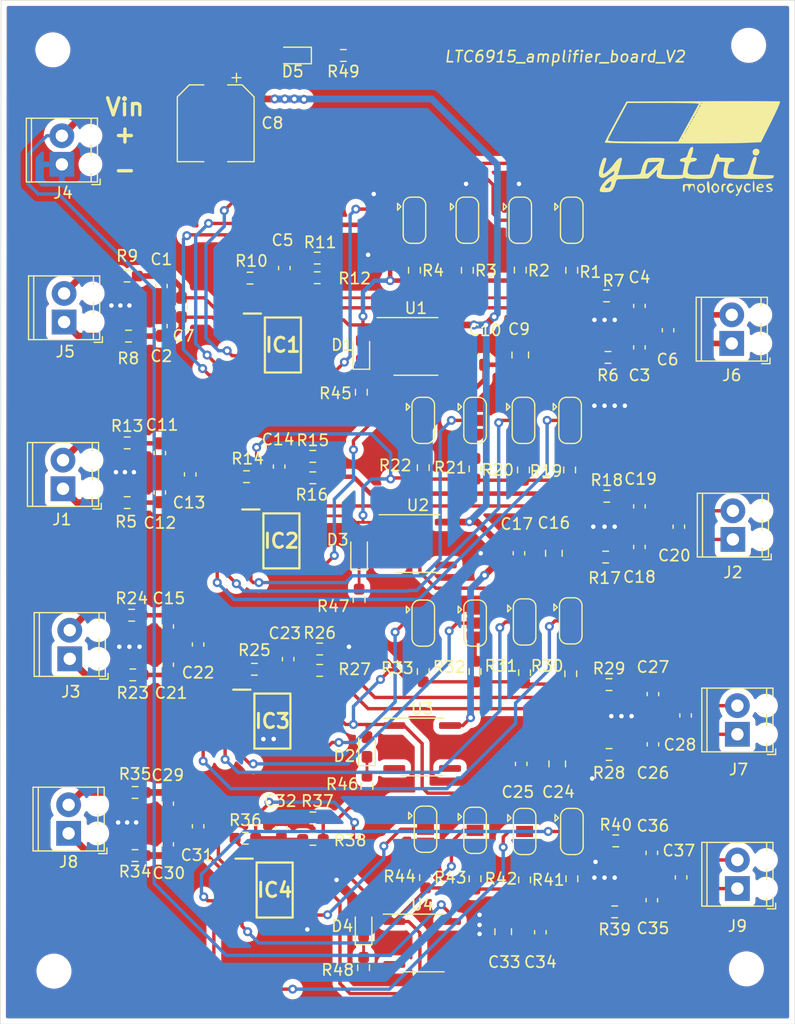
<source format=kicad_pcb>
(kicad_pcb (version 20211014) (generator pcbnew)
  (layers (0 "F.Cu" signal) (31 "B.Cu" signal) (34 "B.Paste" user) (35 "F.Paste" user) (36 "B.SilkS" user "B.Silkscreen") (37 "F.SilkS" user "F.Silkscreen") (38 "B.Mask" user) (39 "F.Mask" user) (44 "Edge.Cuts" user))
  (net 0 "")
  (net 1 "IN1-")
  (net 2 "IN1+")
  (net 3 "D01")
  (net 4 "D11")
  (net 5 "Net-(IC1-Pad11)")
  (net 6 "GND")
  (net 10 "D21")
  (net 13 "D31")
  (net 14 "REF1")
  (net 15 "Net-(C3-Pad1)")
  (net 16 "Net-(C4-Pad2)")
  (net 17 "OUT1")
  (net 18 "+51")
  (net 19 "Vin")
  (net 20 "IN2-")
  (net 21 "IN2+")
  (net 22 "+52")
  (net 23 "Net-(C18-Pad1)")
  (net 24 "Net-(C19-Pad2)")
  (net 27 "Net-(IC2-Pad11)")
  (net 29 "REF2")
  (net 30 "OUT2")
  (net 31 "D32")
  (net 32 "Net-(JP5-Pad3)")
  (net 33 "D22")
  (net 34 "Net-(JP6-Pad3)")
  (net 35 "D02")
  (net 36 "Net-(JP7-Pad3)")
  (net 37 "D12")
  (net 38 "Net-(JP8-Pad3)")
  (net 41 "IN3-")
  (net 42 "IN3+")
  (net 43 "+53")
  (net 44 "Net-(C26-Pad1)")
  (net 45 "Net-(C27-Pad2)")
  (net 48 "D03")
  (net 49 "D13")
  (net 50 "D23")
  (net 51 "D33")
  (net 52 "Net-(IC3-Pad11)")
  (net 54 "REF3")
  (net 55 "OUT3")
  (net 56 "Net-(JP9-Pad3)")
  (net 57 "Net-(JP10-Pad3)")
  (net 58 "Net-(JP11-Pad3)")
  (net 59 "Net-(JP12-Pad3)")
  (net 62 "IN4-")
  (net 63 "IN4+")
  (net 64 "+54")
  (net 65 "Net-(C35-Pad1)")
  (net 66 "Net-(C36-Pad2)")
  (net 69 "D04")
  (net 70 "D14")
  (net 71 "D24")
  (net 72 "D34")
  (net 73 "Net-(IC4-Pad11)")
  (net 75 "REF4")
  (net 76 "OUT4")
  (net 77 "Net-(JP13-Pad3)")
  (net 78 "Net-(JP14-Pad3)")
  (net 79 "Net-(JP15-Pad3)")
  (net 80 "Net-(JP16-Pad3)")
  (net 83 "Net-(J3-Pad1)")
  (net 84 "Net-(JP1-Pad3)")
  (net 85 "Net-(JP2-Pad3)")
  (net 86 "Net-(JP3-Pad3)")
  (net 87 "Net-(JP4-Pad3)")
  (net 88 "Net-(J1-Pad1)")
  (net 89 "Net-(J1-Pad2)")
  (net 90 "Net-(J3-Pad2)")
  (net 91 "Net-(J5-Pad1)")
  (net 92 "Net-(J5-Pad2)")
  (net 93 "Net-(J8-Pad1)")
  (net 94 "Net-(J8-Pad2)")
  (net 95 "Net-(D1-Pad1)")
  (net 96 "Net-(D2-Pad1)")
  (net 97 "Net-(D3-Pad1)")
  (net 98 "Net-(D4-Pad1)")
  (net 99 "Net-(D5-Pad1)")
  (footprint "Capacitor_SMD:C_0603_1608Metric_Pad1.08x0.95mm_HandSolder" (layer "F.Cu") (at 130.6 56.2205 90)
    (fp_text reference "C3")
    (fp_text value "C" hide)
  )
  (footprint "Jumper:SolderJumper-3_P1.3mm_Open_RoundedPad1.0x1.5mm" (layer "F.Cu") (at 111.4 62.7 -90)
    (fp_text reference "JP5" hide)
    (fp_text value "Jumper_3_Open" hide)
  )
  (footprint "Capacitor_SMD:C_0603_1608Metric_Pad1.08x0.95mm_HandSolder" (layer "F.Cu") (at 130.6 73.9375 90)
    (fp_text reference "C18")
    (fp_text value "C")
  )
  (footprint "Capacitor_SMD:C_0603_1608Metric_Pad1.08x0.95mm_HandSolder" (layer "F.Cu") (at 131.7 101.1 90)
    (fp_text reference "C36")
    (fp_text value "C")
  )
  (footprint "Resistor_SMD:R_0603_1608Metric_Pad0.98x0.95mm_HandSolder" (layer "F.Cu") (at 120.4 103.5 90)
    (fp_text reference "R42")
    (fp_text value "470" hide)
  )
  (footprint "TerminalBlock_Phoenix:TerminalBlock_Phoenix_MPT-0,5-2-2.54_1x02_P2.54mm_Horizontal" (layer "F.Cu") (at 79.3 39.97 90)
    (fp_text reference "J4")
    (fp_text value "Screw_Terminal_01x02" hide)
  )
  (footprint "TerminalBlock_Phoenix:TerminalBlock_Phoenix_MPT-0,5-2-2.54_1x02_P2.54mm_Horizontal" (layer "F.Cu") (at 79.5 53.97 90)
    (fp_text reference "J5")
    (fp_text value "Screw_Terminal_01x02" hide)
  )
  (footprint "Capacitor_SMD:C_0603_1608Metric_Pad1.08x0.95mm_HandSolder" (layer "F.Cu") (at 91.4 98.7375 90)
    (fp_text reference "C31")
    (fp_text value "C")
  )
  (footprint "Jumper:SolderJumper-3_P1.3mm_Open_RoundedPad1.0x1.5mm" (layer "F.Cu") (at 124.5 80.5 -90)
    (fp_text reference "JP11" hide)
    (fp_text value "Jumper_3_Open" hide)
  )
  (footprint "Resistor_SMD:R_0603_1608Metric_Pad0.98x0.95mm_HandSolder" (layer "F.Cu") (at 116 85 90)
    (fp_text reference "R32")
    (fp_text value "470")
  )
  (footprint "Resistor_SMD:R_0603_1608Metric_Pad0.98x0.95mm_HandSolder" (layer "F.Cu") (at 96.012 50.068 180)
    (fp_text reference "R10")
    (fp_text value "470" hide)
  )
  (footprint "Capacitor_SMD:C_0805_2012Metric" (layer "F.Cu") (at 120.015 56.896 90)
    (fp_text reference "C9")
    (fp_text value "0.1uF")
  )
  (footprint "TerminalBlock_Phoenix:TerminalBlock_Phoenix_MPT-0,5-2-2.54_1x02_P2.54mm_Horizontal" (layer "F.Cu") (at 79.9 99.37 90)
    (fp_text reference "J8")
    (fp_text value "Screw_Terminal_01x02" hide)
  )
  (footprint "Resistor_SMD:R_0603_1608Metric_Pad0.98x0.95mm_HandSolder" (layer "F.Cu") (at 120.015 49.353 90)
    (fp_text reference "R2")
    (fp_text value "470" hide)
  )
  (footprint "Package_SO:SOIC-8_3.9x4.9mm_P1.27mm" (layer "F.Cu") (at 111.3 91.7)
    (fp_text reference "U3")
    (fp_text value "L78L05_SO8")
  )
  (footprint "Jumper:SolderJumper-3_P1.3mm_Open_RoundedPad1.0x1.5mm" (layer "F.Cu") (at 115.316 44.928 -90)
    (fp_text reference "JP2" hide)
    (fp_text value "Jumper_3_Open" hide)
  )
  (footprint "LED_SMD:LED_0603_1608Metric_Pad1.05x0.95mm_HandSolder" (layer "F.Cu") (at 105.9 56.5 90)
    (fp_text reference "D1")
    (fp_text value "LED" hide)
  )
  (footprint "Jumper:SolderJumper-3_P1.3mm_Open_RoundedPad1.0x1.5mm" (layer "F.Cu") (at 116 80.7 -90)
    (fp_text reference "JP10" hide)
    (fp_text value "Jumper_3_Open" hide)
  )
  (footprint "Capacitor_SMD:C_0603_1608Metric_Pad1.08x0.95mm_HandSolder" (layer "F.Cu") (at 88 65.6 90)
    (fp_text reference "C11")
    (fp_text value "C")
  )
  (footprint "Capacitor_SMD:C_0603_1608Metric_Pad1.08x0.95mm_HandSolder" (layer "F.Cu") (at 88.7 96.7375 90)
    (fp_text reference "C29")
    (fp_text value "C")
  )
  (footprint "Resistor_SMD:R_0603_1608Metric_Pad0.98x0.95mm_HandSolder" (layer "F.Cu") (at 124.587 49.373 90)
    (fp_text reference "R1")
    (fp_text value "470" hide)
  )
  (footprint "Jumper:SolderJumper-3_P1.3mm_Open_RoundedPad1.0x1.5mm" (layer "F.Cu") (at 120.3 62.7 -90)
    (fp_text reference "JP8" hide)
    (fp_text value "Jumper_3_Open" hide)
  )
  (footprint "Package_SO:SOIC-8_3.9x4.9mm_P1.27mm" (layer "F.Cu") (at 110.744 56.134)
    (fp_text reference "U1")
    (fp_text value "L78L05_SO8" hide)
  )
  (footprint "Resistor_SMD:R_0603_1608Metric_Pad0.98x0.95mm_HandSolder" (layer "F.Cu") (at 128.5 100.0375)
    (fp_text reference "R40")
    (fp_text value "0")
  )
  (footprint "MountingHole:MountingHole_2.1mm" (layer "F.Cu") (at 78.5 29.8)
    (fp_text reference "REF**" hide)
    (fp_text value "MountingHole_2.1mm" hide)
  )
  (footprint "Resistor_SMD:R_0603_1608Metric_Pad0.98x0.95mm_HandSolder" (layer "F.Cu") (at 111.4 85 90)
    (fp_text reference "R33")
    (fp_text value "470")
  )
  (footprint "Resistor_SMD:R_0603_1608Metric_Pad0.98x0.95mm_HandSolder" (layer "F.Cu") (at 124.4 67.1 90)
    (fp_text reference "R19")
    (fp_text value "470" hide)
  )
  (footprint "Capacitor_SMD:C_0805_2012Metric" (layer "F.Cu") (at 123 74.5 90)
    (fp_text reference "C16")
    (fp_text value "0.1uF" hide)
  )
  (footprint "MountingHole:MountingHole_2.1mm" (layer "F.Cu") (at 78.6 111.6)
    (fp_text reference "REF**" hide)
    (fp_text value "MountingHole_2.1mm" hide)
  )
  (footprint "Resistor_SMD:R_0603_1608Metric_Pad0.98x0.95mm_HandSolder" (layer "F.Cu") (at 116 103.4 90)
    (fp_text reference "R43")
    (fp_text value "470" hide)
  )
  (footprint "Resistor_SMD:R_0603_1608Metric_Pad0.98x0.95mm_HandSolder" (layer "F.Cu") (at 120.3 67.1 90)
    (fp_text reference "R20")
    (fp_text value "470" hide)
  )
  (footprint "Resistor_SMD:R_0603_1608Metric_Pad0.98x0.95mm_HandSolder" (layer "F.Cu") (at 105.9 60.2 90)
    (fp_text reference "R45")
    (fp_text value "R_Small" hide)
  )
  (footprint "Jumper:SolderJumper-3_P1.3mm_Open_RoundedPad1.0x1.5mm" (layer "F.Cu") (at 124.587 44.928 -90)
    (fp_text reference "JP3" hide)
    (fp_text value "Jumper_3_Open" hide)
  )
  (footprint "Jumper:SolderJumper-3_P1.3mm_Open_RoundedPad1.0x1.5mm" (layer "F.Cu") (at 120.4 99.2 -90)
    (fp_text reference "JP16" hide)
    (fp_text value "Jumper_3_Open" hide)
  )
  (footprint "Resistor_SMD:R_0603_1608Metric_Pad0.98x0.95mm_HandSolder" (layer "F.Cu") (at 85.8 95.7375 180)
    (fp_text reference "R35")
    (fp_text value "0")
  )
  (footprint "Resistor_SMD:R_0603_1608Metric_Pad0.98x0.95mm_HandSolder" (layer "F.Cu") (at 95.7 67.7 180)
    (fp_text reference "R14")
    (fp_text value "470" hide)
  )
  (footprint "Resistor_SMD:R_0603_1608Metric_Pad0.98x0.95mm_HandSolder" (layer "F.Cu") (at 124.5 85.2 90)
    (fp_text reference "R30")
    (fp_text value "470")
  )
  (footprint "Capacitor_SMD:C_0603_1608Metric_Pad1.08x0.95mm_HandSolder" (layer "F.Cu") (at 98.6 66.8 -90)
    (fp_text reference "C14")
    (fp_text value "0.1")
  )
  (footprint "Capacitor_SMD:C_0603_1608Metric_Pad1.08x0.95mm_HandSolder" (layer "F.Cu") (at 120.1 93.2 90)
    (fp_text reference "C25")
    (fp_text value "0.1uF")
  )
  (footprint "Capacitor_SMD:C_0603_1608Metric_Pad1.08x0.95mm_HandSolder" (layer "F.Cu") (at 88 69.1 90)
    (fp_text reference "C12")
    (fp_text value "C")
  )
  (footprint "Resistor_SMD:R_0603_1608Metric_Pad0.98x0.95mm_HandSolder" (layer "F.Cu") (at 105.7 78.6 90)
    (fp_text reference "R47")
    (fp_text value "R_Small")
  )
  (footprint "Jumper:SolderJumper-3_P1.3mm_Open_RoundedPad1.0x1.5mm" (layer "F.Cu") (at 124.6 99.2 -90)
    (fp_text reference "JP15" hide)
    (fp_text value "Jumper_3_Open" hide)
  )
  (footprint "Capacitor_SMD:C_0603_1608Metric_Pad1.08x0.95mm_HandSolder" (layer "F.Cu") (at 90.7 67.5 90)
    (fp_text reference "C13")
    (fp_text value "C")
  )
  (footprint "Capacitor_SMD:C_0603_1608Metric_Pad1.08x0.95mm_HandSolder" (layer "F.Cu") (at 88.7 100.3375 90)
    (fp_text reference "C30")
    (fp_text value "C")
  )
  (footprint "Capacitor_SMD:C_0603_1608Metric_Pad1.08x0.95mm_HandSolder" (layer "F.Cu") (at 134.3 103.275 90)
    (fp_text reference "C37")
    (fp_text value "C")
  )
  (footprint "Resistor_SMD:R_0603_1608Metric_Pad0.98x0.95mm_HandSolder" (layer "F.Cu") (at 96.4 84.8 180)
    (fp_text reference "R25")
    (fp_text value "470")
  )
  (footprint "Jumper:SolderJumper-3_P1.3mm_Open_RoundedPad1.0x1.5mm" (layer "F.Cu") (at 111.4 80.7 -90)
    (fp_text reference "JP9" hide)
    (fp_text value "Jumper_3_Open" hide)
  )
  (footprint "Capacitor_SMD:C_0603_1608Metric_Pad1.08x0.95mm_HandSolder" (layer "F.Cu") (at 131.8 87 90)
    (fp_text reference "C27")
    (fp_text value "C")
  )
  (footprint "Audio_Module:SOP64P600X175-16N" (layer "F.Cu") (at 98.8 73.4)
    (fp_text reference "IC2")
    (fp_text value "LTC6915IGN#PBF" hide)
  )
  (footprint "Resistor_SMD:R_0603_1608Metric_Pad0.98x0.95mm_HandSolder" (layer "F.Cu") (at 111.6 103.3 90)
    (fp_text reference "R44")
    (fp_text value "470" hide)
  )
  (footprint "Capacitor_SMD:C_0805_2012Metric" (layer "F.Cu") (at 123.3 93.2 90)
    (fp_text reference "C24")
    (fp_text value "0.1uF")
  )
  (footprint "MountingHole:MountingHole_2.1mm" (layer "F.Cu") (at 140.1 111.4)
    (fp_text reference "REF**" hide)
    (fp_text value "MountingHole_2.1mm" hide)
  )
  (footprint "Resistor_SMD:R_0603_1608Metric_Pad0.98x0.95mm_HandSolder" (layer "F.Cu") (at 127.6 74.8375)
    (fp_text reference "R17")
    (fp_text value "0")
  )
  (footprint "TerminalBlock_Phoenix:TerminalBlock_Phoenix_MPT-0,5-2-2.54_1x02_P2.54mm_Horizontal" (layer "F.Cu") (at 79.4 68.77 90)
    (fp_text reference "J1")
    (fp_text value "Screw_Terminal_01x02" hide)
  )
  (footprint "Capacitor_SMD:C_0603_1608Metric_Pad1.08x0.95mm_HandSolder" (layer "F.Cu") (at 88.138 54.3295 90)
    (fp_text reference "C2")
    (fp_text value "C" hide)
  )
  (footprint "Jumper:SolderJumper-3_P1.3mm_Open_RoundedPad1.0x1.5mm" (layer "F.Cu") (at 111.6 99 -90)
    (fp_text reference "JP13" hide)
    (fp_text value "Jumper_3_Open" hide)
  )
  (footprint "Capacitor_SMD:CP_Elec_6.3x3" (layer "F.Cu") (at 92.964 36.322 -90)
    (fp_text reference "C8")
    (fp_text value "100uF" hide)
  )
  (footprint "Capacitor_SMD:C_0603_1608Metric_Pad1.08x0.95mm_HandSolder" (layer "F.Cu") (at 116.84 56.896 90)
    (fp_text reference "C10")
    (fp_text value "0.1uF" hide)
  )
  (footprint "Capacitor_SMD:C_0603_1608Metric_Pad1.08x0.95mm_HandSolder" (layer "F.Cu") (at 131.7 105.3 90)
    (fp_text reference "C35")
    (fp_text value "C")
  )
  (footprint "Capacitor_SMD:C_0603_1608Metric_Pad1.08x0.95mm_HandSolder" (layer "F.Cu") (at 130.6 70.3375 90)
    (fp_text reference "C19")
    (fp_text value "C")
  )
  (footprint "Resistor_SMD:R_0603_1608Metric_Pad0.98x0.95mm_HandSolder" (layer "F.Cu") (at 127.9 92.3625)
    (fp_text reference "R28")
    (fp_text value "0")
  )
  (footprint "Resistor_SMD:R_0603_1608Metric_Pad0.98x0.95mm_HandSolder" (layer "F.Cu") (at 116 67 90)
    (fp_text reference "R21")
    (fp_text value "470" hide)
  )
  (footprint "Resistor_SMD:R_0603_1608Metric_Pad0.98x0.95mm_HandSolder" (layer "F.Cu") (at 85.1 64.7 180)
    (fp_text reference "R13")
    (fp_text value "0")
  )
  (footprint "Resistor_SMD:R_0603_1608Metric_Pad0.98x0.95mm_HandSolder" (layer "F.Cu") (at 85.6 85.3 180)
    (fp_text reference "R23")
    (fp_text value "0")
  )
  (footprint "Resistor_SMD:R_0603_1608Metric_Pad0.98x0.95mm_HandSolder" (layer "F.Cu") (at 106.1 111.3 90)
    (fp_text reference "R48")
    (fp_text value "R_Small" hide)
  )
  (footprint "Resistor_SMD:R_0603_1608Metric_Pad0.98x0.95mm_HandSolder" (layer "F.Cu") (at 111.4 66.9 90)
    (fp_text reference "R22")
    (fp_text value "470" hide)
  )
  (footprint "Resistor_SMD:R_0603_1608Metric_Pad0.98x0.95mm_HandSolder" (layer "F.Cu") (at 101.981 50.038 180)
    (fp_text reference "R12")
    (fp_text value "4.7k" hide)
  )
  (footprint "Resistor_SMD:R_0603_1608Metric_Pad0.98x0.95mm_HandSolder" (layer "F.Cu") (at 101.5875 65.9)
    (fp_text reference "R15")
    (fp_text value "4.7k" hide)
  )
  (footprint "Capacitor_SMD:C_0603_1608Metric_Pad1.08x0.95mm_HandSolder" (layer "F.Cu") (at 119.9 74.5 90)
    (fp_text reference "C17")
    (fp_text value "0.1uF" hide)
  )
  (footprint "Resistor_SMD:R_0603_1608Metric_Pad0.98x0.95mm_HandSolder" (layer "F.Cu") (at 102.2 84.9 180)
    (fp_text reference "R27")
    (fp_text value "4.7k")
  )
  (footprint "Resistor_SMD:R_0603_1608Metric_Pad0.98x0.95mm_HandSolder" (layer "F.Cu") (at 128.4 106.3375)
    (fp_text reference "R39")
    (fp_text value "0")
  )
  (footprint "TerminalBlock_Phoenix:TerminalBlock_Phoenix_MPT-0,5-2-2.54_1x02_P2.54mm_Horizontal" (layer "F.Cu") (at 138.9 73.27 90)
    (fp_text reference "J2")
    (fp_text value "Screw_Terminal_01x02" hide)
  )
  (footprint "Capacitor_SMD:C_0603_1608Metric_Pad1.08x0.95mm_HandSolder" (layer "F.Cu") (at 133.14 54.6965 90)
    (fp_text reference "C6")
    (fp_text value "C" hide)
  )
  (footprint "Resistor_SMD:R_0603_1608Metric_Pad0.98x0.95mm_HandSolder" (layer "F.Cu") (at 85.5 80 180)
    (fp_text reference "R24")
    (fp_text value "0")
  )
  (footprint "LED_SMD:LED_0603_1608Metric_Pad1.05x0.95mm_HandSolder" (layer "F.Cu") (at 106.4 91.7 90)
    (fp_text reference "D2")
    (fp_text value "LED")
  )
  (footprint "Resistor_SMD:R_0603_1608Metric_Pad0.98x0.95mm_HandSolder" (layer "F.Cu") (at 104.3 30.3 180)
    (fp_text reference "R49")
    (fp_text value "R_Small" hide)
  )
  (footprint "Resistor_SMD:R_0603_1608Metric_Pad0.98x0.95mm_HandSolder" (layer "F.Cu") (at 127.9 86.1625)
    (fp_text reference "R29")
    (fp_text value "0")
  )
  (footprint "Jumper:SolderJumper-3_P1.3mm_Open_RoundedPad1.0x1.5mm" (layer "F.Cu") (at 116 62.7 -90)
    (fp_text reference "JP6" hide)
    (fp_text value "Jumper_3_Open" hide)
  )
  (footprint "Package_SO:SOIC-8_3.9x4.9mm_P1.27mm" (layer "F.Cu") (at 110.925 73.635)
    (fp_text reference "U2")
    (fp_text value "L78L05_SO8" hide)
  )
  (footprint "Capacitor_SMD:C_0603_1608Metric_Pad1.08x0.95mm_HandSolder" (layer "F.Cu") (at 88.7 81 90)
    (fp_text reference "C15")
    (fp_text value "C")
  )
  (footprint "Resistor_SMD:R_0603_1608Metric_Pad0.98x0.95mm_HandSolder" (layer "F.Cu") (at 127.7 69.4375)
    (fp_text reference "R18")
    (fp_text value "0")
  )
  (footprint "Resistor_SMD:R_0603_1608Metric_Pad0.98x0.95mm_HandSolder" (layer "F.Cu") (at 120.4 85.1 90)
    (fp_text reference "R31")
    (fp_text value "470")
  )
  (footprint "TerminalBlock_Phoenix:TerminalBlock_Phoenix_MPT-0,5-2-2.54_1x02_P2.54mm_Horizontal" (layer "F.Cu") (at 139.3 90.57 90)
    (fp_text reference "J7")
    (fp_text value "Screw_Terminal_01x02" hide)
  )
  (footprint "Resistor_SMD:R_0603_1608Metric_Pad0.98x0.95mm_HandSolder" (layer "F.Cu") (at 85.1 70 180)
    (fp_text reference "R5")
    (fp_text value "0")
  )
  (footprint "LED_SMD:LED_0603_1608Metric_Pad1.05x0.95mm_HandSolder" (layer "F.Cu") (at 105.7 74.3 90)
    (fp_text reference "D3")
    (fp_text value "LED" hide)
  )
  (footprint "Resistor_SMD:R_0603_1608Metric_Pad0.98x0.95mm_HandSolder" (layer "F.Cu") (at 106.4 95.2 90)
    (fp_text reference "R46")
    (fp_text value "R_Small" hide)
  )
  (footprint "LED_SMD:LED_0603_1608Metric_Pad1.05x0.95mm_HandSolder" (layer "F.Cu") (at 99.8 30.3 180)
    (fp_text reference "D5")
    (fp_text value "LED" hide)
  )
  (footprint "LED_SMD:LED_0603_1608Metric_Pad1.05x0.95mm_HandSolder" (layer "F.Cu") (at 106.1 107.6 90)
    (fp_text reference "D4")
    (fp_text value "LED")
  )
  (footprint "Resistor_SMD:R_0603_1608Metric_Pad0.98x0.95mm_HandSolder" (layer "F.Cu") (at 115.316 49.373 90)
    (fp_text reference "R3")
    (fp_text value "470" hide)
  )
  (footprint "Jumper:SolderJumper-3_P1.3mm_Open_RoundedPad1.0x1.5mm" (layer "F.Cu") (at 120.015 44.928 -90)
    (fp_text reference "JP4" hide)
    (fp_text value "Jumper_3_Open" hide)
  )
  (footprint "Resistor_SMD:R_0603_1608Metric_Pad0.98x0.95mm_HandSolder" (layer "F.Cu") (at 101.6 98)
    (fp_text reference "R37")
    (fp_text value "4.7k")
  )
  (footprint "Resistor_SMD:R_0603_1608Metric_Pad0.98x0.95mm_HandSolder" (layer "F.Cu") (at 85.217 55.2185 180)
    (fp_text reference "R8")
    (fp_text value "0" hide)
  )
  (footprint "Resistor_SMD:R_0603_1608Metric_Pad0.98x0.95mm_HandSolder" (layer "F.Cu") (at 124.6 103.4 90)
    (fp_text reference "R41")
    (fp_text value "470" hide)
  )
  (footprint "Capacitor_SMD:C_0603_1608Metric_Pad1.08x0.95mm_HandSolder" (layer "F.Cu") (at 91.4 82.6 90)
    (fp_text reference "C22")
    (fp_text value "C")
  )
  (footprint "Capacitor_SMD:C_0603_1608Metric_Pad1.08x0.95mm_HandSolder" (layer "F.Cu") (at 134.1 72.1375 90)
    (fp_text reference "C20")
    (fp_text value "C")
  )
  (footprint "Audio_Module:SOP64P600X175-16N" (layer "F.Cu") (at 98 89.4)
    (fp_text reference "IC3")
    (fp_text value "LTC6915IGN#PBF" hide)
  )
  (footprint "Resistor_SMD:R_0603_1608Metric_Pad0.98x0.95mm_HandSolder" (layer "F.Cu") (at 85.8 101.3375 180)
    (fp_text reference "R34")
    (fp_text value "0")
  )
  (footprint "Resistor_SMD:R_0603_1608Metric_Pad0.98x0.95mm_HandSolder" (layer "F.Cu") (at 102.2 83)
    (fp_text reference "R26")
    (fp_text value "4.7k")
  )
  (footprint "Resistor_SMD:R_0603_1608Metric_Pad0.98x0.95mm_HandSolder" (layer "F.Cu") (at 110.617 49.373 90)
    (fp_text reference "R4")
    (fp_text value "470" hide)
  )
  (footprint "Resistor_SMD:R_0603_1608Metric_Pad0.98x0.95mm_HandSolder" (layer "F.Cu") (at 101.6 99.9 180)
    (fp_text reference "R38")
    (fp_text value "4.7k")
  )
  (footprint "Capacitor_SMD:C_0603_1608Metric_Pad1.08x0.95mm_HandSolder" (layer "F.Cu") (at 99.06 49.179 -90)
    (fp_text reference "C5")
    (fp_text value "0.1" hide)
  )
  (footprint "TerminalBlock_Phoenix:TerminalBlock_Phoenix_MPT-0,5-2-2.54_1x02_P2.54mm_Horizontal" (layer "F.Cu") (at 138.8 55.87 90)
    (fp_text reference "J6")
    (fp_text value "Screw_Terminal_01x02" hide)
  )
  (footprint "TerminalBlock_Phoenix:TerminalBlock_Phoenix_MPT-0,5-2-2.54_1x02_P2.54mm_Horizontal" (layer "F.Cu") (at 80 83.87 90)
    (fp_text reference "J3")
    (fp_text value "Screw_Terminal_01x02" hide)
  )
  (footprint "TerminalBlock_Phoenix:TerminalBlock_Phoenix_MPT-0,5-2-2.54_1x02_P2.54mm_Horizontal" (layer "F.Cu") (at 139.3 104.27 90)
    (fp_text reference "J9")
    (fp_text value "Screw_Terminal_01x02" hide)
  )
  (footprint "Capacitor_SMD:C_0805_2012Metric" (layer "F.Cu") (at 118.5 108.1 90)
    (fp_text reference "C33")
    (fp_text value "0.1uF" hide)
  )
  (footprint "Capacitor_SMD:C_0603_1608Metric_Pad1.08x0.95mm_HandSolder" (layer "F.Cu") (at 134.7 88.9 90)
    (fp_text reference "C28")
    (fp_text value "C")
  )
  (footprint "MountingHole:MountingHole_2.1mm" (layer "F.Cu") (at 140.3 29.4)
    (fp_text reference "REF**" hide)
    (fp_text value "MountingHole_2.1mm" hide)
  )
  (footprint "Audio_Module:SOP64P600X175-16N" (layer "F.Cu") (at 98.933 56.007)
    (fp_text reference "IC1")
    (fp_text value "LTC6915IGN#PBF" hide)
  )
  (footprint "Audio_Module:1.8_1.8_bitmap_yatri" (layer "F.Cu") (at 134.9 38.3)
    (fp_text reference "G***" hide)
    (fp_text value "LOGO" hide)
  )
  (footprint "Resistor_SMD:R_0603_1608Metric_Pad0.98x0.95mm_HandSolder" (layer "F.Cu") (at 101.981 48.29)
    (fp_text reference "R11")
    (fp_text value "4.7k" hide)
  )
  (footprint "Capacitor_SMD:C_0603_1608Metric_Pad1.08x0.95mm_HandSolder" (layer "F.Cu") (at 130.6 52.5375 90)
    (fp_text reference "C4")
    (fp_text value "C" hide)
  )
  (footprint "Capacitor_SMD:C_0603_1608Metric_Pad1.08x0.95mm_HandSolder" (layer "F.Cu") (at 99.4 83.9 -90)
    (fp_text reference "C23")
    (fp_text value "0.1")
  )
  (footprint "Resistor_SMD:R_0603_1608Metric_Pad0.98x0.95mm_HandSolder" (layer "F.Cu") (at 101.5875 67.8 180)
    (fp_text reference "R16")
    (fp_text value "4.7k" hide)
  )
  (footprint "Jumper:SolderJumper-3_P1.3mm_Open_RoundedPad1.0x1.5mm" (layer "F.Cu") (at 120.4 80.6 -90)
    (fp_text reference "JP12" hide)
    (fp_text value "Jumper_3_Open" hide)
  )
  (footprint "Jumper:SolderJumper-3_P1.3mm_Open_RoundedPad1.0x1.5mm" (layer "F.Cu") (at 116 99.1 -90)
    (fp_text reference "JP14" hide)
    (fp_text value "Jumper_3_Open" hide)
  )
  (footprint "Jumper:SolderJumper-3_P1.3mm_Open_RoundedPad1.0x1.5mm" (layer "F.Cu") (at 124.4425 62.7 -90)
    (fp_text reference "JP7" hide)
    (fp_text value "Jumper_3_Open" hide)
  )
  (footprint "Resistor_SMD:R_0603_1608Metric_Pad0.98x0.95mm_HandSolder" (layer "F.Cu") (at 85.09 49.8845 180)
    (fp_text reference "R9")
    (fp_text value "0" hide)
  )
  (footprint "Capacitor_SMD:C_0603_1608Metric_Pad1.08x0.95mm_HandSolder" (layer "F.Cu") (at 131.8 91.4625 90)
    (fp_text reference "C26")
    (fp_text value "C")
  )
  (footprint "Capacitor_SMD:C_0603_1608Metric_Pad1.08x0.95mm_HandSolder" (layer "F.Cu") (at 89.916 52.6785 90)
    (fp_text reference "C7")
    (fp_text value "C" hide)
  )
  (footprint "Capacitor_SMD:C_0603_1608Metric_Pad1.08x0.95mm_HandSolder" (layer "F.Cu") (at 88.7 84.4 90)
    (fp_text reference "C21")
    (fp_text value "C")
  )
  (footprint "Package_SO:SOIC-8_3.9x4.9mm_P1.27mm" (layer "F.Cu") (at 111.3 109.1)
    (fp_text reference "U4")
    (fp_text value "L78L05_SO8")
  )
  (footprint "Resistor_SMD:R_0603_1608Metric_Pad0.98x0.95mm_HandSolder" (layer "F.Cu") (at 127.679 51.6485)
    (fp_text reference "R7")
    (fp_text value "0" hide)
  )
  (footprint "Capacitor_SMD:C_0603_1608Metric_Pad1.08x0.95mm_HandSolder" (layer "F.Cu") (at 98.8 98.9 -90)
    (fp_text reference "C32")
    (fp_text value "0.1")
  )
  (footprint "Capacitor_SMD:C_0603_1608Metric_Pad1.08x0.95mm_HandSolder" (layer "F.Cu") (at 88.138 50.7735 90)
    (fp_text reference "C1")
    (fp_text value "C" hide)
  )
  (footprint "Audio_Module:SOP64P600X175-16N" (layer "F.Cu") (at 98.2 104.4)
    (fp_text reference "IC4")
    (fp_text value "LTC6915IGN#PBF" hide)
  )
  (footprint "Jumper:SolderJumper-3_P1.3mm_Open_RoundedPad1.0x1.5mm" (layer "F.Cu") (at 110.617 44.928 -90)
    (fp_text reference "JP1" hide)
    (fp_text value "Jumper_3_Open" hide)
  )
  (footprint "Resistor_SMD:R_0603_1608Metric_Pad0.98x0.95mm_HandSolder" (layer "F.Cu") (at 95.6 99.8 180)
    (fp_text reference "R36")
    (fp_text value "470")
  )
  (footprint "Resistor_SMD:R_0603_1608Metric_Pad0.98x0.95mm_HandSolder" (layer "F.Cu") (at 127.806 57.1095)
    (fp_text reference "R6")
    (fp_text value "0" hide)
  )
  (footprint "Capacitor_SMD:C_0603_1608Metric_Pad1.08x0.95mm_HandSolder" (layer "F.Cu") (at 121.8 108.15 90)
    (fp_text reference "C34")
    (fp_text value "0.1uF" hide)
  )
  (gr_line (start 73.9 25.4) (end 144.4 25.4) (layer "Edge.Cuts") (width 0.05))
  (gr_line (start 144.4 25.4) (end 144.4 116.3) (layer "Edge.Cuts") (width 0.05))
  (gr_line (start 144.4 116.3) (end 73.83 116.3) (layer "Edge.Cuts") (width 0.05))
  (gr_line (start 73.83 116.3) (end 73.9 25.4) (layer "Edge.Cuts") (width 0.05))
  (gr_text "Vin\n+\n_" (at 84.9 37.3) (layer "F.SilkS") (effects (font (size 1.5 1.5) (thickness 0.3))))
  (gr_text "LTC6915_amplifier_board_V2" (at 113.2 30.4) (layer "F.SilkS") (effects (font (size 1 1) (thickness 0.15) italic) (justify left)))
  (segment (start 86.0025 49.8845) (end 88.1115 49.8845) (width 0.5) (layer "F.Cu") (net 1))
  (segment (start 88.9 49.911) (end 89.916 50.927) (width 0.5) (layer "F.Cu") (net 1))
  (segment (start 89.916 50.927) (end 89.916 51.816) (width 0.5) (layer "F.Cu") (net 1))
  (segment (start 88.1115 49.8845) (end 88.138 49.911) (width 0.5) (layer "F.Cu") (net 1))
  (segment (start 96.221 54.419) (end 94.551 54.419) (width 0.3) (layer "F.Cu") (net 1))
  (segment (start 91.948 51.816) (end 89.916 51.816) (width 0.3) (layer "F.Cu") (net 1))
  (segment (start 94.551 54.419) (end 91.948 51.816) (width 0.3) (layer "F.Cu") (net 1))
  (segment (start 88.138 49.911) (end 88.9 49.911) (width 0.5) (layer "F.Cu") (net 1))
  (segment (start 92.657 53.541) (end 89.916 53.541) (width 0.3) (layer "F.Cu") (net 2))
  (segment (start 88.138 55.192) (end 89.207 55.192) (width 0.5) (layer "F.Cu") (net 2))
  (segment (start 86.1295 55.2185) (end 88.1115 55.2185) (width 0.5) (layer "F.Cu") (net 2))
  (segment (start 96.221 55.055) (end 94.171 55.055) (width 0.3) (layer "F.Cu") (net 2))
  (segment (start 89.207 55.192) (end 89.916 54.483) (width 0.5) (layer "F.Cu") (net 2))
  (segment (start 88.1115 55.2185) (end 88.138 55.192) (width 0.5) (layer "F.Cu") (net 2))
  (segment (start 94.171 55.055) (end 92.657 53.541) (width 0.3) (layer "F.Cu") (net 2))
  (segment (start 89.916 54.483) (end 89.916 53.541) (width 0.5) (layer "F.Cu") (net 2))
  (segment (start 120.396 39.878) (end 97.917 39.878) (width 0.3) (layer "F.Cu") (net 3))
  (segment (start 124.587 44.928) (end 122.652 44.928) (width 0.3) (layer "F.Cu") (net 3))
  (segment (start 93.98 56.515) (end 94.424 56.959) (width 0.3) (layer "F.Cu") (net 3))
  (segment (start 122.174 41.656) (end 120.396 39.878) (width 0.3) (layer "F.Cu") (net 3))
  (segment (start 94.424 56.959) (end 96.221 56.959) (width 0.3) (layer "F.Cu") (net 3))
  (segment (start 122.174 44.45) (end 122.174 41.656) (width 0.3) (layer "F.Cu") (net 3))
  (segment (start 97.917 39.878) (end 93.726 44.069) (width 0.3) (layer "F.Cu") (net 3))
  (segment (start 122.652 44.928) (end 122.174 44.45) (width 0.3) (layer "F.Cu") (net 3))
  (via (at 93.726 44.069) (size 0.8) (drill 0.4) (layers "F.Cu" "B.Cu") (net 3))
  (via (at 93.98 56.515) (size 0.8) (drill 0.4) (layers "F.Cu" "B.Cu") (net 3))
  (segment (start 92.1 55.4) (end 93.215 56.515) (width 0.3) (layer "B.Cu") (net 3))
  (segment (start 93.726 44.069) (end 93.726 45.474) (width 0.3) (layer "B.Cu") (net 3))
  (segment (start 93.215 56.515) (end 93.98 56.515) (width 0.3) (layer "B.Cu") (net 3))
  (segment (start 93.726 45.474) (end 92.1 47.1) (width 0.3) (layer "B.Cu") (net 3))
  (segment (start 92.1 47.1) (end 92.1 55.4) (width 0.3) (layer "B.Cu") (net 3))
  (segment (start 120.015 44.928) (end 118.207 44.928) (width 0.3) (layer "F.Cu") (net 4))
  (segment (start 92.901 57.595) (end 96.221 57.595) (width 0.3) (layer "F.Cu") (net 4))
  (segment (start 117.602 44.323) (end 117.602 41.783) (width 0.3) (layer "F.Cu") (net 4))
  (segment (start 95.25 44.704) (end 94.869 45.085) (width 0.3) (layer "F.Cu") (net 4))
  (segment (start 116.459 40.64) (end 99.314 40.64) (width 0.3) (layer "F.Cu") (net 4))
  (segment (start 117.729 44.45) (end 117.602 44.323) (width 0.3) (layer "F.Cu") (net 4))
  (segment (start 118.207 44.928) (end 117.729 44.45) (width 0.3) (layer "F.Cu") (net 4))
  (segment (start 98.623428 40.64) (end 95.285714 43.977714) (width 0.3) (layer "F.Cu") (net 4))
  (segment (start 94.742 45.212) (end 92.329 45.212) (width 0.3) (layer "F.Cu") (net 4))
  (segment (start 95.25 44.013428) (end 95.25 44.704) (width 0.3) (layer "F.Cu") (net 4))
  (segment (start 99.314 40.64) (end 98.623428 40.64) (width 0.3) (layer "F.Cu") (net 4))
  (segment (start 94.869 45.085) (end 94.742 45.212) (width 0.3) (layer "F.Cu") (net 4))
  (segment (start 117.602 41.783) (end 116.459 40.64) (width 0.3) (layer "F.Cu") (net 4))
  (segment (start 92.202 56.896) (end 92.901 57.595) (width 0.3) (layer "F.Cu") (net 4))
  (segment (start 95.285714 43.977714) (end 95.25 44.013428) (width 0.3) (layer "F.Cu") (net 4))
  (via (at 92.329 45.212) (size 0.8) (drill 0.4) (layers "F.Cu" "B.Cu") (net 4))
  (via (at 92.202 56.896) (size 0.8) (drill 0.4) (layers "F.Cu" "B.Cu") (net 4))
  (segment (start 92.329 45.212) (end 91.186 46.355) (width 0.3) (layer "B.Cu") (net 4))
  (segment (start 91.186 46.482) (end 91.186 55.88) (width 0.3) (layer "B.Cu") (net 4))
  (segment (start 91.186 46.355) (end 91.186 46.482) (width 0.3) (layer "B.Cu") (net 4))
  (segment (start 91.186 55.88) (end 92.202 56.896) (width 0.3) (layer "B.Cu") (net 4))
  (segment (start 95.0995 50.9035) (end 95.0995 50.068) (width 0.3) (layer "F.Cu") (net 5))
  (segment (start 96.012 51.816) (end 95.0995 50.9035) (width 0.3) (layer "F.Cu") (net 5))
  (segment (start 98.679 53.213) (end 97.282 51.816) (width 0.3) (layer "F.Cu") (net 5))
  (segment (start 97.282 51.816) (end 96.012 51.816) (width 0.3) (layer "F.Cu") (net 5))
  (segment (start 100.393 56.959) (end 98.679 55.245) (width 0.3) (layer "F.Cu") (net 5))
  (segment (start 98.679 55.245) (end 98.679 53.213) (width 0.3) (layer "F.Cu") (net 5))
  (segment (start 101.645 56.959) (end 100.393 56.959) (width 0.3) (layer "F.Cu") (net 5))
  (segment (start 95.488 104.082) (end 96.982 104.082) (width 0.3) (layer "F.Cu") (net 6))
  (segment (start 98.6375 65.9) (end 98.6 65.9375) (width 0.3) (layer "F.Cu") (net 6))
  (segment (start 97.682 73.082) (end 97.7 73.1) (width 0.3) (layer "F.Cu") (net 6))
  (segment (start 88.138 51.636) (end 88.138 53.467) (width 0.3) (layer "F.Cu") (net 6))
  (segment (start 99.805 57.595) (end 99.8 57.6) (width 0.3) (layer "F.Cu") (net 6))
  (segment (start 101.2875 83) (end 99.4375 83) (width 0.3) (layer "F.Cu") (net 6))
  (segment (start 99.4375 83) (end 99.4 83.0375) (width 0.3) (layer "F.Cu") (net 6))
  (segment (start 130.6 53.4) (end 130.6 55.358) (width 0.3) (layer "F.Cu") (net 6))
  (segment (start 96.088 73.082) (end 97.682 73.082) (width 0.3) (layer "F.Cu") (net 6))
  (segment (start 101.645 57.595) (end 99.805 57.595) (width 0.3) (layer "F.Cu") (net 6))
  (segment (start 88.1115 51.6625) (end 88.138 51.636) (width 0.25) (layer "F.Cu") (net 6))
  (segment (start 97.489 55.689) (end 97.5 55.7) (width 0.3) (layer "F.Cu") (net 6))
  (segment (start 98.112 90.988) (end 100.712 90.988) (width 0.3) (layer "F.Cu") (net 6))
  (segment (start 96.221 55.689) (end 97.489 55.689) (width 0.3) (layer "F.Cu") (net 6))
  (segment (start 97.212 90.988) (end 98.112 90.988) (width 0.3) (layer "F.Cu") (net 6))
  (segment (start 99.06 48.3165) (end 101.042 48.3165) (width 0.3) (layer "F.Cu") (net 6))
  (segment (start 100.912 105.988) (end 97.912 105.988) (width 0.3) (layer "F.Cu") (net 6))
  (segment (start 96.982 104.082) (end 97.1 104.2) (width 0.3) (layer "F.Cu") (net 6))
  (segment (start 100.675 65.9) (end 98.6375 65.9) (width 0.3) (layer "F.Cu") (net 6))
  (segment (start 101.512 74.988) (end 99.312 74.988) (width 0.3) (layer "F.Cu") (net 6))
  (segment (start 97.2 91) (end 97.212 90.988) (width 0.3) (layer "F.Cu") (net 6))
  (segment (start 95.288 89.082) (end 96.782 89.082) (width 0.3) (layer "F.Cu") (net 6))
  (segment (start 113.4 74.27) (end 113.4 73) (width 0.3) (layer "F.Cu") (net 6))
  (segment (start 101.042 48.3165) (end 101.0685 48.29) (width 0.3) (layer "F.Cu") (net 6))
  (segment (start 96.782 89.082) (end 96.8 89.1) (width 0.3) (layer "F.Cu") (net 6))
  (via (at 127.5 103.3) (size 0.8) (drill 0.4) (layers "F.Cu" "B.Cu") (net 6))
  (via (at 101.1 107.9) (size 0.8) (drill 0.4) (layers "F.Cu" "B.Cu") (net 6))
  (via (at 127.50575 53.7775) (size 0.8) (drill 0.4) (layers "F.Cu" "B.Cu") (net 6))
  (via (at 84.3 98.4) (size 0.8) (drill 0.4) (layers "F.Cu" "B.Cu") (net 6))
  (via (at 85.3 82.8) (size 0.8) (drill 0.4) (layers "F.Cu" "B.Cu") (net 6))
  (via (at 104.8 82.8) (size 0.8) (drill 0.4) (layers "F.Cu" "B.Cu") (net 6))
  (via (at 85.7 67.3) (size 0.8) (drill 0.4) (layers "F.Cu" "B.Cu") (net 6))
  (via (at 103.7 103.5) (size 0.8) (drill 0.4) (layers "F.Cu" "B.Cu") (net 6))
  (via (at 107 42.6) (size 0.8) (drill 0.4) (layers "F.Cu" "B.Cu") (net 6))
  (via (at 126.6 61.4) (size 0.8) (drill 0.4) (layers "F.Cu" "B.Cu") (net 6))
  (via (at 98.112 90.988) (size 0.8) (drill 0.4) (layers "F.Cu" "B.Cu") (net 6))
  (via (at 119.9 41.7) (size 0.8) (drill 0.4) (layers "F.Cu" "B.Cu") (net 6))
  (via (at 129.3 61.4) (size 0.8) (drill 0.4) (layers "F.Cu" "B.Cu") (net 6))
  (via (at 84.1 67.3) (size 0.8) (drill 0.4) (layers "F.Cu" "B.Cu") (net 6))
  (via (at 126.4 94.5) (size 0.8) (drill 0.4) (layers "F.Cu" "B.Cu") (net 6))
  (via (at 84.4 82.8) (size 0.8) (drill 0.4) (layers "F.Cu" "B.Cu") (net 6))
  (via (at 106.5 48) (size 0.8) (drill 0.4) (layers "F.Cu" "B.Cu") (net 6))
  (via (at 128.4 103.3) (size 0.8) (drill 0.4) (layers "F.Cu" "B.Cu") (net 6))
  (via (at 116.4 106.6) (size 0.8) (drill 0.4) (layers "F.Cu" "B.Cu") (net 6))
  (via (at 126.7 101.9) (size 0.8) (drill 0.4) (layers "F.Cu" "B.Cu") (net 6))
  (via (at 128.40575 53.7775) (size 0.8) (drill 0.4) (layers "F.Cu" "B.Cu") (net 6))
  (via (at 128.4 72.1375) (size 0.8) (drill 0.4) (layers "F.Cu" "B.Cu") (net 6))
  (via (at 116.5 74.5) (size 0.8) (drill 0.4) (layers "F.Cu" "B.Cu") (net 6))
  (via (at 126.6 103.3) (size 0.8) (drill 0.4) (layers "F.Cu" "B.Cu") (net 6))
  (via (at 83.7 52.5) (size 0.8) (drill 0.4) (layers "F.Cu" "B.Cu") (net 6))
  (via (at 129.9 88.9625) (size 0.8) (drill 0.4) (layers "F.Cu" "B.Cu") (net 6))
  (via (at 85.1 98.4) (size 0.8) (drill 0.4) (layers "F.Cu" "B.Cu") (net 6))
  (via (at 128.1 88.9625) (size 0.8) (drill 0.4) (layers "F.Cu" "B.Cu") (net 6))
  (via (at 84.5 52.5) (size 0.8) (drill 0.4) (layers "F.Cu" "B.Cu") (net 6))
  (via (at 85.9 98.4) (size 0.8) (drill 0.4) (layers "F.Cu" "B.Cu") (net 6))
  (via (at 116.4 108.3) (size 0.8) (drill 0.4) (layers "F.Cu" "B.Cu") (net 6))
  (via (at 85.3 52.5) (size 0.8) (drill 0.4) (layers "F.Cu" "B.Cu") (net 6))
  (via (at 129 88.9625) (size 0.8) (drill 0.4) (layers "F.Cu" "B.Cu") (net 6))
  (via (at 97.2 91) (size 0.8) (drill 0.4) (layers "F.Cu" "B.Cu") (net 6))
  (via (at 116.4 107.5) (size 0.8) (drill 0.4) (layers "F.Cu" "B.Cu") (net 6))
  (via (at 128.4 61.4) (size 0.8) (drill 0.4) (layers "F.Cu" "B.Cu") (net 6))
  (via (at 127.5 72.1375) (size 0.8) (drill 0.4) (layers "F.Cu" "B.Cu") (net 6))
  (via (at 84.9 67.3) (size 0.8) (drill 0.4) (layers "F.Cu" "B.Cu") (net 6))
  (via (at 127.5 61.4) (size 0.8) (drill 0.4) (layers "F.Cu" "B.Cu") (net 6))
  (via (at 126.5 72.1375) (size 0.8) (drill 0.4) (layers "F.Cu" "B.Cu") (net 6))
  (via (at 86.2 82.8) (size 0.8) (drill 0.4) (layers "F.Cu" "B.Cu") (net 6))
  (via (at 115.2 41.7) (size 0.8) (drill 0.4) (layers "F.Cu" "B.Cu") (net 6))
  (via (at 126.60575 53.7775) (size 0.8) (drill 0.4) (layers "F.Cu" "B.Cu") (net 6))
  (segment (start 112.776 42.037) (end 112.014 41.275) (width 0.3) (layer "F.Cu") (net 10))
  (segment (start 95.776 58.674) (end 96.221 58.229) (width 0.3) (layer "F.Cu") (net 10))
  (segment (start 115.316 44.928) (end 113.762 44.928) (width 0.3) (layer "F.Cu") (net 10))
  (segment (start 99.695 41.275) (end 96.901 44.069) (width 0.3) (layer "F.Cu") (net 10))
  (segment (start 112.776 43.942) (end 112.776 42.037) (width 0.3) (layer "F.Cu") (net 10))
  (segment (start 96.393 45.72) (end 96.393 44.577) (width 0.3) (layer "F.Cu") (net 10))
  (segment (start 96.393 44.577) (end 96.901 44.069) (width 0.3) (layer "F.Cu") (net 10))
  (segment (start 95.885 46.228) (end 96.393 45.72) (width 0.3) (layer "F.Cu") (net 10))
  (segment (start 92.374 58.674) (end 95.776 58.674) (width 0.3) (layer "F.Cu") (net 10))
  (segment (start 113.762 44.928) (end 112.776 43.942) (width 0.3) (layer "F.Cu") (net 10))
  (segment (start 112.014 41.275) (end 99.695 41.275) (width 0.3) (layer "F.Cu") (net 10))
  (segment (start 90.4 46.3) (end 90.472 46.228) (width 0.3) (layer "F.Cu") (net 10))
  (segment (start 91.8 58.1) (end 92.374 58.674) (width 0.3) (layer "F.Cu") (net 10))
  (segment (start 90.472 46.228) (end 95.885 46.228) (width 0.3) (layer "F.Cu") (net 10))
  (via (at 91.8 58.1) (size 0.8) (drill 0.4) (layers "F.Cu" "B.Cu") (net 10))
  (via (at 90.4 46.3) (size 0.8) (drill 0.4) (layers "F.Cu" "B.Cu") (net 10))
  (segment (start 90.1 46.6) (end 90.4 46.3) (width 0.3) (layer "B.Cu") (net 10))
  (segment (start 91.8 58.1) (end 90.1 56.4) (width 0.3) (layer "B.Cu") (net 10))
  (segment (start 90.1 56.4) (end 90.1 46.6) (width 0.3) (layer "B.Cu") (net 10))
  (segment (start 109.063 44.928) (end 110.617 44.928) (width 0.3) (layer "F.Cu") (net 13))
  (segment (start 105.41 43.942) (end 108.077 43.942) (width 0.3) (layer "F.Cu") (net 13))
  (segment (start 104.394 57.531) (end 103.696 58.229) (width 0.3) (layer "F.Cu") (net 13))
  (segment (start 103.696 58.229) (end 101.645 58.229) (width 0.3) (layer "F.Cu") (net 13))
  (segment (start 108.077 43.942) (end 109.063 44.928) (width 0.3) (layer "F.Cu") (net 13))
  (via (at 105.41 43.942) (size 0.8) (drill 0.4) (layers "F.Cu" "B.Cu") (net 13))
  (via (at 104.394 57.531) (size 0.8) (drill 0.4) (layers "F.Cu" "B.Cu") (net 13))
  (segment (start 104.902 44.45) (end 104.902 57.023) (width 0.3) (layer "B.Cu") (net 13))
  (segment (start 105.41 43.942) (end 104.902 44.45) (width 0.3) (layer "B.Cu") (net 13))
  (segment (start 104.902 57.023) (end 104.394 57.531) (width 0.3) (layer "B.Cu") (net 13))
  (segment (start 101.645 55.689) (end 100.393 55.689) (width 0.3) (layer "F.Cu") (net 14))
  (segment (start 99.441 53.086) (end 100.711 51.816) (width 0.3) (layer "F.Cu") (net 14))
  (segment (start 126.599 51.816) (end 126.7665 51.6485) (width 0.25) (layer "F.Cu") (net 14))
  (segment (start 102.8935 50.9035) (end 102.8935 50.038) (width 0.3) (layer "F.Cu") (net 14))
  (segment (start 99.441 54.737) (end 99.441 53.086) (width 0.3) (layer "F.Cu") (net 14))
  (segment (start 101.981 51.816) (end 102.8935 50.9035) (width 0.3) (layer "F.Cu") (net 14))
  (segment (start 100.393 55.689) (end 99.441 54.737) (width 0.3) (layer "F.Cu") (net 14))
  (segment (start 103.806 51.816) (end 102.8935 50.9035) (width 0.25) (layer "F.Cu") (net 14))
  (segment (start 100.711 51.816) (end 101.981 51.816) (width 0.3) (layer "F.Cu") (net 14))
  (segment (start 102.8935 48.29) (end 102.8935 50.038) (width 0.25) (layer "F.Cu") (net 14))
  (segment (start 103.806 51.816) (end 126.599 51.816) (width 0.25) (layer "F.Cu") (net 14))
  (segment (start 130.6 57.083) (end 132.2775 57.083) (width 0.5) (layer "F.Cu") (net 15))
  (segment (start 128.7185 57.1095) (end 130.5735 57.1095) (width 0.5) (layer "F.Cu") (net 15))
  (segment (start 132.2775 57.083) (end 133.14 56.2205) (width 0.5) (layer "F.Cu") (net 15))
  (segment (start 133.14 55.559) (end 133.451 55.87) (width 0.5) (layer "F.Cu") (net 15))
  (segment (start 133.451 55.87) (end 138.8 55.87) (width 0.5) (layer "F.Cu") (net 15))
  (segment (start 130.5735 57.1095) (end 130.6 57.083) (width 0.5) (layer "F.Cu") (net 15))
  (segment (start 133.14 56.2205) (end 133.14 55.559) (width 0.5) (layer "F.Cu") (net 15))
  (segment (start 128.5915 51.6485) (end 130.5735 51.6485) (width 0.5) (layer "F.Cu") (net 16))
  (segment (start 130.6 51.675) (end 131.6425 51.675) (width 0.5) (layer "F.Cu") (net 16))
  (segment (start 133.14 53.1725) (end 133.14 53.834) (width 0.5) (layer "F.Cu") (net 16))
  (segment (start 131.6425 51.675) (end 133.14 53.1725) (width 0.5) (layer "F.Cu") (net 16))
  (segment (start 133.14 53.834) (end 133.644 53.33) (width 0.5) (layer "F.Cu") (net 16))
  (segment (start 130.5735 51.6485) (end 130.6 51.675) (width 0.5) (layer "F.Cu") (net 16))
  (segment (start 133.644 53.33) (end 138.8 53.33) (width 0.5) (layer "F.Cu") (net 16))
  (segment (start 100.711 52.705) (end 122.489 52.705) (width 0.3) (layer "F.Cu") (net 17))
  (segment (start 100.393 54.419) (end 100.076 54.102) (width 0.3) (layer "F.Cu") (net 17))
  (segment (start 122.489 52.705) (end 126.8935 57.1095) (width 0.3) (layer "F.Cu") (net 17))
  (segment (start 100.076 54.102) (end 100.076 53.34) (width 0.3) (layer "F.Cu") (net 17))
  (segment (start 101.645 55.055) (end 101.645 54.419) (width 0.3) (layer "F.Cu") (net 17))
  (segment (start 101.645 54.419) (end 100.393 54.419) (width 0.3) (layer "F.Cu") (net 17))
  (segment (start 100.076 53.34) (end 100.711 52.705) (width 0.3) (layer "F.Cu") (net 17))
  (segment (start 108.458 50.292) (end 108.458 46.99) (width 0.4) (layer "F.Cu") (net 18))
  (segment (start 99.06 50.0415) (end 96.951 50.0415) (width 0.3) (layer "F.Cu") (net 18))
  (segment (start 106.045 54.203) (end 106.071 54.229) (width 0.3) (layer "F.Cu") (net 18))
  (segment (start 105.9 55.625) (end 105.9 54.3) (width 0.25) (layer "F.Cu") (net 18))
  (segment (start 119.995 50.2855) (end 120.015 50.2655) (width 0.4) (layer "F.Cu") (net 18))
  (segment (start 110.617 50.2855) (end 108.4645 50.2855) (width 0.4) (layer "F.Cu") (net 18))
  (segment (start 110.744 56.134) (end 110.744 54.991) (width 0.4) (layer "F.Cu") (net 18))
  (segment (start 108.458 46.99) (end 106.807 45.339) (width 0.4) (layer "F.Cu") (net 18))
  (segment (start 110.744 56.134) (end 110.744 59.055) (width 0.4) (layer "F.Cu") (net 18))
  (segment (start 101.065 50.0415) (end 101.0685 50.038) (width 0.3) (layer "F.Cu") (net 18))
  (segment (start 106.807 45.339) (end 98.298 45.339) (width 0.4) (layer "F.Cu") (net 18))
  (segment (start 104.775 54.229) (end 104.331 53.785) (width 0.3) (layer "F.Cu") (net 18))
  (segment (start 96.901 46.736) (end 96.901 50.0445) (width 0.4) (layer "F.Cu") (net 18))
  (segment (start 110.617 50.2855) (end 115.316 50.2855) (width 0.4) (layer "F.Cu") (net 18))
  (segment (start 124.587 50.2855) (end 120.035 50.2855) (width 0.4) (layer "F.Cu") (net 18))
  (segment (start 106.071 54.229) (end 105.829 54.229) (width 0.3) (layer "F.Cu") (net 18))
  (segment (start 116.84 57.7585) (end 120.015 57.7585) (width 0.4) (layer "F.Cu") (net 18))
  (segment (start 99.06 50.0415) (end 101.065 50.0415) (width 0.3) (layer "F.Cu") (net 18))
  (segment (start 105.9 54.3) (end 105.829 54.229) (width 0.25) (layer "F.Cu") (net 18))
  (segment (start 106.045 53.4545) (end 106.045 54.203) (width 0.3) (layer "F.Cu") (net 18))
  (segment (start 105.829 54.229) (end 104.775 54.229) (width 0.3) (layer "F.Cu") (net 18))
  (segment (start 110.744 59.055) (end 111.76 60.071) (width 0.4) (layer "F.Cu") (net 18))
  (segment (start 111.76 60.071) (end 115.824 60.071) (width 0.4) (layer "F.Cu") (net 18))
  (segment (start 98.298 45.339) (end 96.901 46.736) (width 0.4) (layer "F.Cu") (net 18))
  (segment (start 115.824 60.071) (end 116.84 59.055) (width 0.4) (layer "F.Cu") (net 18))
  (segment (start 115.316 50.2855) (end 119.995 50.2855) (width 0.4) (layer "F.Cu") (net 18))
  (segment (start 120.035 50.2855) (end 120.015 50.2655) (width 0.4) (layer "F.Cu") (net 18))
  (segment (start 108.4645 50.2855) (end 108.458 50.292) (width 0.4) (layer "F.Cu") (net 18))
  (segment (start 109.982 54.229) (end 108.269 54.229) (width 0.4) (layer "F.Cu") (net 18))
  (segment (start 104.331 53.785) (end 101.645 53.785) (width 0.3) (layer "F.Cu") (net 18))
  (segment (start 116.84 59.055) (end 116.84 57.7585) (width 0.4) (layer "F.Cu") (net 18))
  (segment (start 108.269 54.229) (end 106.071 54.229) (width 0.3) (layer "F.Cu") (net 18))
  (segment (start 110.744 54.991) (end 109.982 54.229) (width 0.4) (layer "F.Cu") (net 18))
  (via (at 106.045 53.4545) (size 0.8) (drill 0.4) (layers "F.Cu" "B.Cu") (net 18))
  (via (at 108.458 50.292) (size 0.8) (drill 0.4) (layers "F.Cu" "B.Cu") (net 18))
  (segment (start 107.061 50.292) (end 108.458 50.292) (width 0.4) (layer "B.Cu") (net 18))
  (segment (start 106.045 53.4545) (end 106.045 51.308) (width 0.4) (layer "B.Cu") (net 18))
  (segment (start 106.045 51.308) (end 107.061 50.292) (width 0.4) (layer "B.Cu") (net 18))
  (segment (start 116.967 54.229) (end 117.696 53.5) (width 0.6) (layer "F.Cu") (net 19))
  (segment (start 117.9 75.4) (end 116.85 76.45) (width 0.6) (layer "F.Cu") (net 19))
  (segment (start 113.219 54.229) (end 114.808 54.229) (width 0.6) (layer "F.Cu") (net 19))
  (segment (start 96.741 33.622) (end 92.964 33.622) (width 0.6) (layer "F.Cu") (net 19))
  (segment (start 114.905 89.795) (end 115.6 89.1) (width 0.3) (layer "F.Cu") (net 19))
  (segment (start 100.763 34.163) (end 97.282 34.163) (width 0.6) (layer "F.Cu") (net 19))
  (segment (start 100.8 34.2) (end 100.763 34.163) (width 0.6) (layer "F.Cu") (net 19))
  (segment (start 116.15 71.7) (end 117.9 73.45) (width 0.6) (layer "F.Cu") (net 19))
  (segment (start 115.5 71.7) (end 116.15 71.7) (width 0.6) (layer "F.Cu") (net 19))
  (segment (start 114.808 54.229) (end 116.967 54.229) (width 0.6) (layer "F.Cu") (net 19))
  (segment (start 113.775 107.195) (end 113.775 106.475) (width 0.3) (layer "F.Cu") (net 19))
  (segment (start 117.9 73.45) (end 117.9 75.4) (width 0.6) (layer "F.Cu") (net 19))
  (segment (start 113.775 89.795) (end 114.905 89.795) (width 0.3) (layer "F.Cu") (net 19))
  (segment (start 113.775 106.475) (end 113 105.7) (width 0.3) (layer "F.Cu") (net 19))
  (segment (start 115.5 71.7) (end 115.47 71.73) (width 0.6) (layer "F.Cu") (net 19))
  (segment (start 92.964 33.622) (end 83.108 33.622) (width 0.6) (layer "F.Cu") (net 19))
  (segment (start 117.696 53.5) (end 117.7 53.5) (width 0.6) (layer "F.Cu") (net 19))
  (segment (start 97.282 34.163) (end 96.741 33.622) (width 0.6) (layer "F.Cu") (net 19))
  (segment (start 116.85 76.45) (end 116.84 76.45) (width 0.6) (layer "F.Cu") (net 19))
  (segment (start 96.741 32.484) (end 96.741 33.622) (width 0.25) (layer "F.Cu") (net 19))
  (segment (start 83.108 33.622) (end 79.3 37.43) (width 0.6) (layer "F.Cu") (net 19))
  (segment (start 98.925 30.3) (end 96.741 32.484) (width 0.25) (layer "F.Cu") (net 19))
  (segment (start 115.47 71.73) (end 113.4 71.73) (width 0.6) (layer "F.Cu") (net 19))
  (via (at 115.6 89.1) (size 0.8) (drill 0.4) (layers "F.Cu" "B.Cu") (net 19))
  (via (at 117.7 53.5) (size 0.8) (drill 0.4) (layers "F.Cu" "B.Cu") (net 19))
  (via (at 98.2 34.163) (size 0.8) (drill 0.4) (layers "F.Cu" "B.Cu") (net 19))
  (via (at 113 105.7) (size 0.8) (drill 0.4) (layers "F.Cu" "B.Cu") (net 19))
  (via (at 100.8 34.2) (size 0.8) (drill 0.4) (layers "F.Cu" "B.Cu") (net 19))
  (via (at 116.967 54.229) (size 0.8) (drill 0.4) (layers "F.Cu" "B.Cu") (net 19))
  (via (at 99.1 34.163) (size 0.8) (drill 0.4) (layers "F.Cu" "B.Cu") (net 19))
  (via (at 115.9 54.229) (size 0.8) (drill 0.4) (layers "F.Cu" "B.Cu") (net 19))
  (via (at 116.84 76.45) (size 0.8) (drill 0.4) (layers "F.Cu" "B.Cu") (net 19))
  (via (at 115.5 71.7) (size 0.8) (drill 0.4) (layers "F.Cu" "B.Cu") (net 19))
  (via (at 99.949 34.163) (size 0.8) (drill 0.4) (layers "F.Cu" "B.Cu") (net 19))
  (segment (start 87.5 51.1) (end 79 42.6) (width 0.3) (layer "B.Cu") (net 19))
  (segment (start 76.3 39.1) (end 77.97 37.43) (width 0.3) (layer "B.Cu") (net 19))
  (segment (start 113 105.7) (end 108.5 110.2) (width 0.3) (layer "B.Cu") (net 19))
  (segment (start 99.949 34.163) (end 99.1 34.163) (width 0.6) (layer "B.Cu") (net 19))
  (segment (start 116.967 54.229) (end 115.9 54.229) (width 0.6) (layer "B.Cu") (net 19))
  (segment (start 87.5 103.8) (end 87.5 51.1) (width 0.3) (layer "B.Cu") (net 19))
  (segment (start 100.8 34.2) (end 100.763 34.163) (width 0.6) (layer "B.Cu") (net 19))
  (segment (start 115.5 71.7) (end 117 70.2) (width 0.6) (layer "B.Cu") (net 19))
  (segment (start 117.7 53.5) (end 117.983 53.217) (width 0.6) (layer "B.Cu") (net 19))
  (segment (start 117.983 40.005) (end 112.141 34.163) (width 0.6) (layer "B.Cu") (net 19))
  (segment (start 117.983 53.217) (end 117.983 40.005) (width 0.6) (layer "B.Cu") (net 19))
  (segment (start 116.84 76.45) (end 115.6 77.69) (width 0.6) (layer "B.Cu") (net 19))
  (segment (start 100.763 34.163) (end 99.949 34.163) (width 0.6) (layer "B.Cu") (net 19))
  (segment (start 115.6 77.69) (end 115.6 89.1) (width 0.6) (layer "B.Cu") (net 19))
  (segment (start 108.5 110.2) (end 93.9 110.2) (width 0.3) (layer "B.Cu") (net 19))
  (segment (start 93.9 110.2) (end 87.5 103.8) (width 0.3) (layer "B.Cu") (net 19))
  (segment (start 99.1 34.163) (end 98.2 34.163) (width 0.6) (layer "B.Cu") (net 19))
  (segment (start 117 54.262) (end 116.967 54.229) (width 0.6) (layer "B.Cu") (net 19))
  (segment (start 76.3 41.7) (end 76.3 39.1) (width 0.3) (layer "B.Cu") (net 19))
  (segment (start 77.97 37.43) (end 79.3 37.43) (width 0.3) (layer "B.Cu") (net 19))
  (segment (start 117 70.2) (end 117 54.262) (width 0.6) (layer "B.Cu") (net 19))
  (segment (start 100.837 34.163) (end 100.8 34.2) (width 0.6) (layer "B.Cu") (net 19))
  (segment (start 112.141 34.163) (end 100.837 34.163) (width 0.6) (layer "B.Cu") (net 19))
  (segment (start 77.2 42.6) (end 76.3 41.7) (width 0.3) (layer "B.Cu") (net 19))
  (segment (start 79 42.6) (end 77.2 42.6) (width 0.3) (layer "B.Cu") (net 19))
  (segment (start 88 64.7375) (end 86.05 64.7375) (width 0.4) (layer "F.Cu") (net 20))
  (segment (start 93.3 70.4) (end 93.3 68.6) (width 0.4) (layer "F.Cu") (net 20))
  (segment (start 91.3375 66.6375) (end 90.7 66.6375) (width 0.4) (layer "F.Cu") (net 20))
  (segment (start 94.712 71.812) (end 93.3 70.4) (width 0.4) (layer "F.Cu") (net 20))
  (segment (start 96.088 71.812) (end 94.712 71.812) (width 0.4) (layer "F.Cu") (net 20))
  (segment (start 88 64.7375) (end 88.8 64.7375) (width 0.4) (layer "F.Cu") (net 20))
  (segment (start 86.05 64.7375) (end 86.0125 64.7) (width 0.4) (layer "F.Cu") (net 20))
  (segment (start 88.8 64.7375) (end 90.7 66.6375) (width 0.4) (layer "F.Cu") (net 20))
  (segment (start 93.3 68.6) (end 91.3375 66.6375) (width 0.4) (layer "F.Cu") (net 20))
  (segment (start 90.7 68.64785) (end 90.7 68.3625) (width 0.4) (layer "F.Cu") (net 21))
  (segment (start 94.50015 72.448) (end 90.7 68.64785) (width 0.4) (layer "F.Cu") (net 21))
  (segment (start 96.088 72.448) (end 94.50015 72.448) (width 0.4) (layer "F.Cu") (net 21))
  (segment (start 87.9625 70) (end 88 69.9625) (width 0.4) (layer "F.Cu") (net 21))
  (segment (start 89.1 69.9625) (end 90.7 68.3625) (width 0.4) (layer "F.Cu") (net 21))
  (segment (start 88 69.9625) (end 89.1 69.9625) (width 0.4) (layer "F.Cu") (net 21))
  (segment (start 86.0125 70) (end 87.9625 70) (width 0.4) (layer "F.Cu") (net 21))
  (segment (start 109.83 71.73) (end 111.1 73) (width 0.3) (layer "F.Cu") (net 22))
  (segment (start 100.675 67.8) (end 98.7375 67.8) (width 0.3) (layer "F.Cu") (net 22))
  (segment (start 98.7375 67.8) (end 98.6 67.6625) (width 0.3) (layer "F.Cu") (net 22))
  (segment (start 105.655 71.755) (end 106.045 71.755) (width 0.25) (layer "F.Cu") (net 22))
  (segment (start 101.512 71.178) (end 104.833 71.178) (width 0.25) (layer "F.Cu") (net 22))
  (segment (start 96.6 65.1) (end 96.6 67.6875) (width 0.3) (layer "F.Cu") (net 22))
  (segment (start 106.045 71.755) (end 106.045 71.12) (width 0.25) (layer "F.Cu") (net 22))
  (segment (start 96.6 67.6875) (end 96.6125 67.7) (width 0.3) (layer "F.Cu") (net 22))
  (segment (start 116.1 68.0125) (end 116 67.9125) (width 0.3) (layer "F.Cu") (net 22))
  (segment (start 120.3 68.0125) (end 116.1 68.0125) (width 0.3) (layer "F.Cu") (net 22))
  (segment (start 106.045 71.755) (end 108.425 71.755) (width 0.25) (layer "F.Cu") (net 22))
  (segment (start 96.6125 67.7) (end 98.5625 67.7) (width 0.3) (layer "F.Cu") (net 22))
  (segment (start 122.9125 75.3625) (end 123 75.45) (width 0.3) (layer "F.Cu") (net 22))
  (segment (start 111.1 76.175) (end 112.525 77.6) (width 0.3) (layer "F.Cu") (net 22))
  (segment (start 108.45 71.73) (end 109.83 71.73) (width 0.3) (layer "F.Cu") (net 22))
  (segment (start 108.5875 67.8125) (end 108.5 67.9) (width 0.3) (layer "F.Cu") (net 22))
  (segment (start 111.4 67.8125) (end 108.5875 67.8125) (width 0.3) (layer "F.Cu") (net 22))
  (segment (start 98.5625 67.7) (end 98.6 67.6625) (width 0.3) (layer "F.Cu") (net 22))
  (segment (start 116 67.9125) (end 111.5 67.9125) (width 0.3) (layer "F.Cu") (net 22))
  (segment (start 105.7 73.425) (end 105.7 72.045) (width 0.25) (layer "F.Cu") (net 22))
  (segment (start 105.7 72.045) (end 105.41 71.755) (width 0.25) (layer "F.Cu") (net 22))
  (segment (start 119.9 75.3625) (end 122.9125 75.3625) (width 0.3) (layer "F.Cu") (net 22))
  (segment (start 111.5 67.9125) (end 111.4 67.8125) (width 0.3) (layer "F.Cu") (net 22))
  (segment (start 104.833 71.178) (end 105.41 71.755) (width 0.25) (layer "F.Cu") (net 22))
  (segment (start 105.41 71.755) (end 105.655 71.755) (width 0.25) (layer "F.Cu") (net 22))
  (segment (start 124.4 68.0125) (end 120.3 68.0125) (width 0.3) (layer "F.Cu") (net 22))
  (segment (start 112.525 77.6) (end 117.6625 77.6) (width 0.3) (layer "F.Cu") (net 22))
  (segment (start 111.1 73) (end 111.1 76.175) (width 0.3) (layer "F.Cu") (net 22))
  (segment (start 117.6625 77.6) (end 119.9 75.3625) (width 0.3) (layer "F.Cu") (net 22))
  (segment (start 108.425 71.755) (end 108.45 71.73) (width 0.25) (layer "F.Cu") (net 22))
  (via (at 108.5 67.9) (size 0.8) (drill 0.4) (layers "F.Cu" "B.Cu") (net 22))
  (via (at 106.045 71.12) (size 0.8) (drill 0.4) (layers "F.Cu" "B.Cu") (net 22))
  (via (at 96.6 65.1) (size 0.8) (drill 0.4) (layers "F.Cu" "B.Cu") (net 22))
  (segment (start 97.8 63.9) (end 96.6 65.1) (width 0.3) (layer "B.Cu") (net 22))
  (segment (start 108.5 65.6) (end 107.7 64.8) (width 0.3) (layer "B.Cu") (net 22))
  (segment (start 106.045 68.655) (end 106.045 71.12) (width 0.3) (layer "B.Cu") (net 22))
  (segment (start 108.5 67.9) (end 108.5 65.6) (width 0.3) (layer "B.Cu") (net 22))
  (segment (start 106.8 63.9) (end 98.2 63.9) (width 0.3) (layer "B.Cu") (net 22))
  (segment (start 106.8 67.9) (end 106.045 68.655) (width 0.3) (layer "B.Cu") (net 22))
  (segment (start 107.7 64.8) (end 106.8 63.9) (width 0.3) (layer "B.Cu") (net 22))
  (segment (start 108.5 67.9) (end 106.8 67.9) (width 0.3) (layer "B.Cu") (net 22))
  (segment (start 98.2 63.9) (end 97.8 63.9) (width 0.3) (layer "B.Cu") (net 22))
  (segment (start 132.3 74.8) (end 134.1 73) (width 0.3) (layer "F.Cu") (net 23))
  (segment (start 130.6 74.8) (end 132.3 74.8) (width 0.3) (layer "F.Cu") (net 23))
  (segment (start 134.1 73) (end 134.37 73.27) (width 0.3) (layer "F.Cu") (net 23))
  (segment (start 128.5125 74.8375) (end 130.5625 74.8375) (width 0.3) (layer "F.Cu") (net 23))
  (segment (start 134.37 73.27) (end 138.9 73.27) (width 0.3) (layer "F.Cu") (net 23))
  (segment (start 130.5625 74.8375) (end 130.6 74.8) (width 0.3) (layer "F.Cu") (net 23))
  (segment (start 130.6 69.475) (end 132.3 69.475) (width 0.3) (layer "F.Cu") (net 24))
  (segment (start 128.6125 69.4375) (end 130.5625 69.4375) (width 0.3) (layer "F.Cu") (net 24))
  (segment (start 134.645 70.73) (end 138.9 70.73) (width 0.3) (layer "F.Cu") (net 24))
  (segment (start 130.5625 69.4375) (end 130.6 69.475) (width 0.3) (layer "F.Cu") (net 24))
  (segment (start 132.3 69.475) (end 134.1 71.275) (width 0.3) (layer "F.Cu") (net 24))
  (segment (start 134.1 71.275) (end 134.645 70.73) (width 0.3) (layer "F.Cu") (net 24))
  (segment (start 95.8 69.5) (end 98.1 69.5) (width 0.3) (layer "F.Cu") (net 27))
  (segment (start 98.7 70.1) (end 98.7 72.9) (width 0.3) (layer "F.Cu") (net 27))
  (segment (start 94.7875 67.7) (end 94.7875 68.4875) (width 0.3) (layer "F.Cu") (net 27))
  (segment (start 98.7 72.9) (end 100.152 74.352) (width 0.3) (layer "F.Cu") (net 27))
  (segment (start 98.1 69.5) (end 98.7 70.1) (width 0.3) (layer "F.Cu") (net 27))
  (segment (start 100.152 74.352) (end 101.512 74.352) (width 0.3) (layer "F.Cu") (net 27))
  (segment (start 94.7875 68.4875) (end 95.8 69.5) (width 0.3) (layer "F.Cu") (net 27))
  (segment (start 126.55 69.2) (end 126.7875 69.4375) (width 0.4) (layer "F.Cu") (net 29))
  (segment (start 102.6 67.7) (end 102.5 67.8) (width 0.4) (layer "F.Cu") (net 29))
  (segment (start 102.5 68.6) (end 101.5 69.6) (width 0.3) (layer "F.Cu") (net 29))
  (segment (start 105.2 67.7) (end 102.6 67.7) (width 0.4) (layer "F.Cu") (net 29))
  (segment (start 106.7 69.2) (end 105.2 67.7) (width 0.4) (layer "F.Cu") (net 29))
  (segment (start 101.5 69.6) (end 100 69.6) (width 0.3) (layer "F.Cu") (net 29))
  (segment (start 102.5 65.9) (end 102.5 67.8) (width 0.3) (layer "F.Cu") (net 29))
  (segment (start 100 69.6) (end 99.4 70.2) (width 0.3) (layer "F.Cu") (net 29))
  (segment (start 99.4 72.3) (end 100.182 73.082) (width 0.3) (layer "F.Cu") (net 29))
  (segment (start 102.5 67.8) (end 102.5 68.6) (width 0.3) (layer "F.Cu") (net 29))
  (segment (start 100.182 73.082) (end 101.512 73.082) (width 0.3) (layer "F.Cu") (net 29))
  (segment (start 99.4 70.2) (end 99.4 72.3) (width 0.3) (layer "F.Cu") (net 29))
  (segment (start 106.7 69.2) (end 126.55 69.2) (width 0.4) (layer "F.Cu") (net 29))
  (segment (start 100.512 71.812) (end 100.1 71.4) (width 0.3) (layer "F.Cu") (net 30))
  (segment (start 100.1 71.4) (end 100.1 70.5) (width 0.3) (layer "F.Cu") (net 30))
  (segment (start 100.1 70.5) (end 100.3 70.3) (width 0.3) (layer "F.Cu") (net 30))
  (segment (start 100.3 70.3) (end 122.15 70.3) (width 0.3) (layer "F.Cu") (net 30))
  (segment (start 122.15 70.3) (end 126.6875 74.8375) (width 0.3) (layer "F.Cu") (net 30))
  (segment (start 101.512 71.812) (end 100.512 71.812) (width 0.3) (layer "F.Cu") (net 30))
  (segment (start 101.512 72.448) (end 101.512 71.812) (width 0.3) (layer "F.Cu") (net 30))
  (segment (start 107 62.7) (end 106.9 62.8) (width 0.3) (layer "F.Cu") (net 31))
  (segment (start 105.2 64.5) (end 105.2 65.3) (width 0.3) (layer "F.Cu") (net 31))
  (segment (start 102.578 75.622) (end 101.512 75.622) (width 0.3) (layer "F.Cu") (net 31))
  (segment (start 111.4 62.7) (end 108.5 62.7) (width 0.3) (layer "F.Cu") (net 31))
  (segment (start 108.5 62.7) (end 107 62.7) (width 0.3) (layer "F.Cu") (net 31))
  (segment (start 103.5 74.7) (end 102.578 75.622) (width 0.3) (layer "F.Cu") (net 31))
  (segment (start 106.9 62.8) (end 105.2 64.5) (width 0.3) (layer "F.Cu") (net 31))
  (via (at 103.5 74.7) (size 0.8) (drill 0.4) (layers "F.Cu" "B.Cu") (net 31))
  (via (at 105.2 65.3) (size 0.8) (drill 0.4) (layers "F.Cu" "B.Cu") (net 31))
  (segment (start 103.9 69.3) (end 103.5 69.7) (width 0.3) (layer "B.Cu") (net 31))
  (segment (start 105.2 68) (end 103.9 69.3) (width 0.3) (layer "B.Cu") (net 31))
  (segment (start 103.5 69.7) (end 103.5 74.7) (width 0.3) (layer "B.Cu") (net 31))
  (segment (start 105.2 65.3) (end 105.2 68) (width 0.3) (layer "B.Cu") (net 31))
  (segment (start 111.4 65.9875) (end 111.4 64) (width 0.3) (layer "F.Cu") (net 32))
  (segment (start 96.8 77.1) (end 96.3 77.1) (width 0.3) (layer "F.Cu") (net 33))
  (segment (start 96.088 76.888) (end 96.088 75.622) (width 0.3) (layer "F.Cu") (net 33))
  (segment (start 96.3 77.1) (end 96.088 76.888) (width 0.3) (layer "F.Cu") (net 33))
  (segment (start 116 62.7) (end 113.9 62.7) (width 0.3) (layer "F.Cu") (net 33))
  (via (at 113.9 62.7) (size 0.8) (drill 0.4) (layers "F.Cu" "B.Cu") (net 33))
  (via (at 96.8 77.1) (size 0.8) (drill 0.4) (layers "F.Cu" "B.Cu") (net 33))
  (segment (start 104.5 77.1) (end 96.8 77.1) (width 0.3) (layer "B.Cu") (net 33))
  (segment (start 112.9 75) (end 111.4 76.5) (width 0.3) (layer "B.Cu") (net 33))
  (segment (start 105.1 76.5) (end 104.5 77.1) (width 0.3) (layer "B.Cu") (net 33))
  (segment (start 111.4 76.5) (end 105.1 76.5) (width 0.3) (layer "B.Cu") (net 33))
  (segment (start 112.9 63.7) (end 112.9 75) (width 0.3) (layer "B.Cu") (net 33))
  (segment (start 113.9 62.7) (end 112.9 63.7) (width 0.3) (layer "B.Cu") (net 33))
  (segment (start 116 66.0875) (end 116 64) (width 0.3) (layer "F.Cu") (net 34))
  (segment (start 124.4425 62.7) (end 122.4 62.7) (width 0.3) (layer "F.Cu") (net 35))
  (segment (start 93.1 77.1) (end 93.1 75.593572) (width 0.3) (layer "F.Cu") (net 35))
  (segment (start 94.341572 74.352) (end 96.088 74.352) (width 0.3) (layer "F.Cu") (net 35))
  (segment (start 93.1 75.593572) (end 94.341572 74.352) (width 0.3) (layer "F.Cu") (net 35))
  (via (at 122.4 62.7) (size 0.8) (drill 0.4) (layers "F.Cu" "B.Cu") (net 35))
  (via (at 93.1 77.1) (size 0.8) (drill 0.4) (layers "F.Cu" "B.Cu") (net 35))
  (segment (start 122.4 62.7) (end 122.4 67.2) (width 0.3) (layer "B.Cu") (net 35))
  (segment (start 122.4 67.2) (end 111 78.6) (width 0.3) (layer "B.Cu") (net 35))
  (segment (start 111 78.6) (end 94.6 78.6) (width 0.3) (layer "B.Cu") (net 35))
  (segment (start 94.6 78.6) (end 93.1 77.1) (width 0.3) (layer "B.Cu") (net 35))
  (segment (start 124.4 66.1875) (end 124.4 64.0425) (width 0.3) (layer "F.Cu") (net 36))
  (segment (start 124.4 64.0425) (end 124.4425 64) (width 0.3) (layer "F.Cu") (net 36))
  (segment (start 94.8 77.2) (end 93.9 76.3) (width 0.3) (layer "F.Cu") (net 37))
  (segment (start 118.3 62.7) (end 118.1 62.9) (width 0.3) (layer "F.Cu") (net 37))
  (segment (start 93.9 76.3) (end 93.9 75.5) (width 0.3) (layer "F.Cu") (net 37))
  (segment (start 94.412 74.988) (end 96.088 74.988) (width 0.3) (layer "F.Cu") (net 37))
  (segment (start 120.3 62.7) (end 118.3 62.7) (width 0.3) (layer "F.Cu") (net 37))
  (segment (start 93.9 75.5) (end 94.412 74.988) (width 0.3) (layer "F.Cu") (net 37))
  (via (at 118.1 62.9) (size 0.8) (drill 0.4) (layers "F.Cu" "B.Cu") (net 37))
  (via (at 94.8 77.2) (size 0.8) (drill 0.4) (layers "F.Cu" "B.Cu") (net 37))
  (segment (start 118.1 62.9) (end 118.1 70.506428) (width 0.3) (layer "B.Cu") (net 37))
  (segment (start 110.806428 77.8) (end 110.1 77.8) (width 0.3) (layer "B.Cu") (net 37))
  (segment (start 110.050489 77.849511) (end 95.449511 77.849511) (width 0.3) (layer "B.Cu") (net 37))
  (segment (start 118.1 70.506428) (end 110.806428 77.8) (width 0.3) (layer "B.Cu") (net 37))
  (segment (start 95.449511 77.849511) (end 94.8 77.2) (width 0.3) (layer "B.Cu") (net 37))
  (segment (start 110.1 77.8) (end 110.050489 77.849511) (width 0.3) (layer "B.Cu") (net 37))
  (segment (start 120.3 66.1875) (end 120.3 64) (width 0.3) (layer "F.Cu") (net 38))
  (segment (start 94.112 87.812) (end 93.6 87.3) (width 0.3) (layer "F.Cu") (net 41))
  (segment (start 86.4125 80) (end 88.5625 80) (width 0.4) (layer "F.Cu") (net 41))
  (segment (start 95.288 87.812) (end 94.112 87.812) (width 0.3) (layer "F.Cu") (net 41))
  (segment (start 88.5625 80) (end 88.7 80.1375) (width 0.4) (layer "F.Cu") (net 41))
  (segment (start 93.6 82.8) (end 92.5375 81.7375) (width 0.3) (layer "F.Cu") (net 41))
  (segment (start 93.6 87.3) (end 93.6 82.8) (width 0.3) (layer "F.Cu") (net 41))
  (segment (start 89.8 80.1375) (end 91.4 81.7375) (width 0.4) (layer "F.Cu") (net 41))
  (segment (start 88.7 80.1375) (end 89.8 80.1375) (width 0.4) (layer "F.Cu") (net 41))
  (segment (start 92.5375 81.7375) (end 91.4 81.7375) (width 0.3) (layer "F.Cu") (net 41))
  (segment (start 88.7 85.2625) (end 89.6 85.2625) (width 0.4) (layer "F.Cu") (net 42))
  (segment (start 92.8 84.8625) (end 91.4 83.4625) (width 0.3) (layer "F.Cu") (net 42))
  (segment (start 86.5125 85.3) (end 88.6625 85.3) (width 0.4) (layer "F.Cu") (net 42))
  (segment (start 89.6 85.2625) (end 91.4 83.4625) (width 0.4) (layer "F.Cu") (net 42))
  (segment (start 92.8 87.206428) (end 92.8 84.8625) (width 0.3) (layer "F.Cu") (net 42))
  (segment (start 88.6625 85.3) (end 88.7 85.2625) (width 0.4) (layer "F.Cu") (net 42))
  (segment (start 94.041572 88.448) (end 92.8 87.206428) (width 0.3) (layer "F.Cu") (net 42))
  (segment (start 95.288 88.448) (end 94.041572 88.448) (width 0.3) (layer "F.Cu") (net 42))
  (segment (start 99.4 84.7625) (end 101.15 84.7625) (width 0.3) (layer "F.Cu") (net 43))
  (segment (start 111.4 85.9125) (end 110.1125 85.9125) (width 0.3) (layer "F.Cu") (net 43))
  (segment (start 108.73 89.7) (end 108.825 89.795) (width 0.3) (layer "F.Cu") (net 43))
  (segment (start 99.3625 84.8) (end 99.4 84.7625) (width 0.3) (layer "F.Cu") (net 43))
  (segment (start 97.3125 82.7875) (end 97.3125 84.8) (width 0.3) (layer "F.Cu") (net 43))
  (segment (start 105.1 80.9) (end 99.2 80.9) (width 0.3) (layer "F.Cu") (net 43))
  (segment (start 101.978 87.178) (end 104.5 89.7) (width 0.3) (layer "F.Cu") (net 43))
  (segment (start 111.4 85.9125) (end 116 85.9125) (width 0.3) (layer "F.Cu") (net 43))
  (segment (start 116 85.9125) (end 120.3 85.9125) (width 0.3) (layer "F.Cu") (net 43))
  (segment (start 111.8 95.8) (end 118.3625 95.8) (width 0.3) (layer "F.Cu") (net 43))
  (segment (start 107.05 82.85) (end 105.1 80.9) (width 0.3) (layer "F.Cu") (net 43))
  (segment (start 111.3 95.3) (end 111.8 95.8) (width 0.3) (layer "F.Cu") (net 43))
  (segment (start 97.3125 84.8) (end 99.3625 84.8) (width 0.3) (layer "F.Cu") (net 43))
  (segment (start 120.3 85.9125) (end 120.4 86.0125) (width 0.3) (layer "F.Cu") (net 43))
  (segment (start 118.3625 95.8) (end 120.1 94.0625) (width 0.3) (layer "F.Cu") (net 43))
  (segment (start 100.712 87.178) (end 101.978 87.178) (width 0.3) (layer "F.Cu") (net 43))
  (segment (start 101.15 84.7625) (end 101.2875 84.9) (width 0.3) (layer "F.Cu") (net 43))
  (segment (start 110.1125 85.9125) (end 109.05 84.85) (width 0.3) (layer "F.Cu") (net 43))
  (segment (start 108.45 84.85) (end 107.6 85.7) (width 0.3) (layer "F.Cu") (net 43))
  (segment (start 109.05 84.85) (end 107.05 82.85) (width 0.3) (layer "F.Cu") (net 43))
  (segment (start 104.5 89.7) (end 105.2 89.7) (width 0.3) (layer "F.Cu") (net 43))
  (segment (start 109.05 84.85) (end 108.45 84.85) (width 0.3) (layer "F.Cu") (net 43))
  (segment (start 124.5 86.1125) (end 120.5 86.1125) (width 0.3) (layer "F.Cu") (net 43))
  (segment (start 106.4 90.825) (end 106.4 89.7) (width 0.25) (layer "F.Cu") (net 43))
  (segment (start 109.695 89.795) (end 111.3 91.4) (width 0.3) (layer "F.Cu") (net 43))
  (segment (start 99.2 80.9) (end 97.3125 82.7875) (width 0.3) (layer "F.Cu") (net 43))
  (segment (start 123.3 94.15) (end 120.1875 94.15) (width 0.3) (layer "F.Cu") (net 43))
  (segment (start 106.4 89.7) (end 108.73 89.7) (width 0.3) (layer "F.Cu") (net 43))
  (segment (start 108.825 89.795) (end 109.695 89.795) (width 0.3) (layer "F.Cu") (net 43))
  (segment (start 120.5 86.1125) (end 120.4 86.0125) (width 0.3) (layer "F.Cu") (net 43))
  (segment (start 111.3 91.4) (end 111.3 95.3) (width 0.3) (layer "F.Cu") (net 43))
  (segment (start 120.1875 94.15) (end 120.1 94.0625) (width 0.3) (layer "F.Cu") (net 43))
  (segment (start 105.2 89.7) (end 106.4 89.7) (width 0.3) (layer "F.Cu") (net 43))
  (via (at 107.6 85.7) (size 0.8) (drill 0.4) (layers "F.Cu" "B.Cu") (net 43))
  (via (at 105.2 89.7) (size 0.8) (drill 0.4) (layers "F.Cu" "B.Cu") (net 43))
  (segment (start 105.2 88.1) (end 105.2 89.7) (width 0.3) (layer "B.Cu") (net 43))
  (segment (start 107.6 85.7) (end 105.2 88.1) (width 0.3) (layer "B.Cu") (net 43))
  (segment (start 131.8 92.325) (end 132.1375 92.325) (width 0.3) (layer "F.Cu") (net 44))
  (segment (start 135.5075 90.57) (end 139.3 90.57) (width 0.3) (layer "F.Cu") (net 44))
  (segment (start 131.7625 92.3625) (end 131.8 92.325) (width 0.3) (layer "F.Cu") (net 44))
  (segment (start 128.8125 92.3625) (end 131.7625 92.3625) (width 0.3) (layer "F.Cu") (net 44))
  (segment (start 134.7 89.7625) (end 135.5075 90.57) (width 0.3) (layer "F.Cu") (net 44))
  (segment (start 132.1375 92.325) (end 134.7 89.7625) (width 0.3) (layer "F.Cu") (net 44))
  (segment (start 134.7 88.0375) (end 134.7075 88.03) (width 0.3) (layer "F.Cu") (net 45))
  (segment (start 131.775 86.1625) (end 131.8 86.1375) (width 0.3) (layer "F.Cu") (net 45))
  (segment (start 131.8 86.1375) (end 132.8 86.1375) (width 0.3) (layer "F.Cu") (net 45))
  (segment (start 132.8 86.1375) (end 134.7 88.0375) (width 0.3) (layer "F.Cu") (net 45))
  (segment (start 128.8125 86.1625) (end 131.775 86.1625) (width 0.3) (layer "F.Cu") (net 45))
  (segment (start 134.7075 88.03) (end 139.3 88.03) (width 0.3) (layer "F.Cu") (net 45))
  (segment (start 91.85 92.95) (end 91.85 91.45) (width 0.3) (layer "F.Cu") (net 48))
  (segment (start 123.1 80.5) (end 122.6 81) (width 0.3) (layer "F.Cu") (net 48))
  (segment (start 92.948 90.352) (end 95.288 90.352) (width 0.3) (layer "F.Cu") (net 48))
  (segment (start 124.5 80.5) (end 123.1 80.5) (width 0.3) (layer "F.Cu") (net 48))
  (segment (start 91.85 91.45) (end 92.948 90.352) (width 0.3) (layer "F.Cu") (net 48))
  (via (at 122.6 81) (size 0.8) (drill 0.4) (layers "F.Cu" "B.Cu") (net 48))
  (via (at 91.85 92.95) (size 0.8) (drill 0.4) (layers "F.Cu" "B.Cu") (net 48))
  (segment (start 119.6 89.6) (end 114.750969 94.449031) (width 0.3) (layer "B.Cu") (net 48))
  (segment (start 94.3 95.4) (end 91.85 92.95) (width 0.3) (layer "B.Cu") (net 48))
  (segment (start 122.6 81) (end 122.6 84.806428) (width 0.3) (layer "B.Cu") (net 48))
  (segment (start 113.5 95.4) (end 94.3 95.4) (width 0.3) (layer "B.Cu") (net 48))
  (segment (start 114.750969 94.449031) (end 114.450969 94.449031) (width 0.3) (layer "B.Cu") (net 48))
  (segment (start 114.450969 94.449031) (end 113.5 95.4) (width 0.3) (layer "B.Cu") (net 48))
  (segment (start 119.6 87.806428) (end 119.6 89.6) (width 0.3) (layer "B.Cu") (net 48))
  (segment (start 122.6 84.806428) (end 119.6 87.806428) (width 0.3) (layer "B.Cu") (net 48))
  (segment (start 120.4 80.6) (end 118.7 80.6) (width 0.3) (layer "F.Cu") (net 49))
  (segment (start 93.8 91.430978) (end 94.242978 90.988) (width 0.3) (layer "F.Cu") (net 49))
  (segment (start 118.7 80.6) (end 118.2 81.1) (width 0.3) (layer "F.Cu") (net 49))
  (segment (start 94.242978 90.988) (end 95.288 90.988) (width 0.3) (layer "F.Cu") (net 49))
  (segment (start 93.8 92.8) (end 93.8 91.430978) (width 0.3) (layer "F.Cu") (net 49))
  (via (at 93.8 92.8) (size 0.8) (drill 0.4) (layers "F.Cu" "B.Cu") (net 49))
  (via (at 118.2 81.1) (size 0.8) (drill 0.4) (layers "F.Cu" "B.Cu") (net 49))
  (segment (start 115.7 91) (end 112.750489 93.949511) (width 0.3) (layer "B.Cu") (net 49))
  (segment (start 112.750489 93.949511) (end 94.949511 93.949511) (width 0.3) (layer "B.Cu") (net 49))
  (segment (start 118.2 81.1) (end 118.2 88.5) (width 0.3) (layer "B.Cu") (net 49))
  (segment (start 94.949511 93.949511) (end 93.8 92.8) (width 0.3) (layer "B.Cu") (net 49))
  (segment (start 118.2 88.5) (end 115.7 91) (width 0.3) (layer "B.Cu") (net 49))
  (segment (start 96.3 93.2) (end 96 93.2) (width 0.3) (layer "F.Cu") (net 50))
  (segment (start 116 80.7) (end 114.4 80.7) (width 0.3) (layer "F.Cu") (net 50))
  (segment (start 114.4 80.7) (end 113.7 81.4) (width 0.3) (layer "F.Cu") (net 50))
  (segment (start 96 93.2) (end 95.288 92.488) (width 0.3) (layer "F.Cu") (net 50))
  (segment (start 95.288 92.488) (end 95.288 91.622) (width 0.3) (layer "F.Cu") (net 50))
  (via (at 113.7 81.4) (size 0.8) (drill 0.4) (layers "F.Cu" "B.Cu") (net 50))
  (via (at 96.3 93.2) (size 0.8) (drill 0.4) (layers "F.Cu" "B.Cu") (net 50))
  (segment (start 113.7 84.2) (end 105.5 92.4) (width 0.3) (layer "B.Cu") (net 50))
  (segment (start 113.7 81.4) (end 113.7 84.2) (width 0.3) (layer "B.Cu") (net 50))
  (segment (start 105.5 92.4) (end 104.7 93.2) (width 0.3) (layer "B.Cu") (net 50))
  (segment (start 104.7 93.2) (end 96.3 93.2) (width 0.3) (layer "B.Cu") (net 50))
  (segment (start 111.4 80.7) (end 109.7 80.7) (width 0.3) (layer "F.Cu") (net 51))
  (segment (start 103.9 91.3) (end 103.3 91.3) (width 0.3) (layer "F.Cu") (net 51))
  (segment (start 109.7 80.7) (end 108.9 81.5) (width 0.3) (layer "F.Cu") (net 51))
  (segment (start 103.3 91.3) (end 102.978 91.622) (width 0.3) (layer "F.Cu") (net 51))
  (segment (start 102.978 91.622) (end 100.712 91.622) (width 0.3) (layer "F.Cu") (net 51))
  (via (at 103.9 91.3) (size 0.8) (drill 0.4) (layers "F.Cu" "B.Cu") (net 51))
  (via (at 108.9 81.5) (size 0.8) (drill 0.4) (layers "F.Cu" "B.Cu") (net 51))
  (segment (start 108.9 81.5) (end 108.9 87.7) (width 0.3) (layer "B.Cu") (net 51))
  (segment (start 105.9 90.7) (end 105.3 91.3) (width 0.3) (layer "B.Cu") (net 51))
  (segment (start 105.3 91.3) (end 103.9 91.3) (width 0.3) (layer "B.Cu") (net 51))
  (segment (start 108.9 87.7) (end 105.9 90.7) (width 0.3) (layer "B.Cu") (net 51))
  (segment (start 95.4875 84.8) (end 95.4875 85.5875) (width 0.3) (layer "F.Cu") (net 52))
  (segment (start 97.4 86.4) (end 97.4 88.9) (width 0.3) (layer "F.Cu") (net 52))
  (segment (start 97.4 88.9) (end 98.852 90.352) (width 0.3) (layer "F.Cu") (net 52))
  (segment (start 97.1 86.1) (end 97.4 86.4) (width 0.3) (layer "F.Cu") (net 52))
  (segment (start 96 86.1) (end 97.1 86.1) (width 0.3) (layer "F.Cu") (net 52))
  (segment (start 95.4875 85.5875) (end 96 86.1) (width 0.3) (layer "F.Cu") (net 52))
  (segment (start 98.852 90.352) (end 100.712 90.352) (width 0.3) (layer "F.Cu") (net 52))
  (segment (start 103.1125 85.5125) (end 103.5 85.9) (width 0.3) (layer "F.Cu") (net 54))
  (segment (start 98.2 88.7) (end 98.582 89.082) (width 0.3) (layer "F.Cu") (net 54))
  (segment (start 103.1125 84.9) (end 103.1125 85.4875) (width 0.3) (layer "F.Cu") (net 54))
  (segment (start 103.1125 83) (end 103.1125 84.9) (width 0.3) (layer "F.Cu") (net 54))
  (segment (start 105.7 85.9) (end 107.1 87.3) (width 0.3) (layer "F.Cu") (net 54))
  (segment (start 103.1125 84.9) (end 103.1125 85.5125) (width 0.3) (layer "F.Cu") (net 54))
  (segment (start 98.582 89.082) (end 100.712 89.082) (width 0.3) (layer "F.Cu") (net 54))
  (segment (start 125.85 87.3) (end 126.9875 86.1625) (width 0.3) (layer "F.Cu") (net 54))
  (segment (start 107.1 87.3) (end 125.85 87.3) (width 0.3) (layer "F.Cu") (net 54))
  (segment (start 98.7 86) (end 98.2 86.5) (width 0.3) (layer "F.Cu") (net 54))
  (segment (start 103.1125 85.4875) (end 102.6 86) (width 0.3) (layer "F.Cu") (net 54))
  (segment (start 103.5 85.9) (end 105.7 85.9) (width 0.3) (layer "F.Cu") (net 54))
  (segment (start 98.2 86.5) (end 98.2 88.7) (width 0.3) (layer "F.Cu") (net 54))
  (segment (start 102.6 86) (end 98.7 86) (width 0.3) (layer "F.Cu") (net 54))
  (segment (start 106.5 88.3) (end 104.69952 86.49952) (width 0.3) (layer "F.Cu") (net 55))
  (segment (start 104.69952 86.49952) (end 99.30048 86.49952) (width 0.3) (layer "F.Cu") (net 55))
  (segment (start 99.30048 86.49952) (end 99 86.8) (width 0.3) (layer "F.Cu") (net 55))
  (segment (start 100.712 88.448) (end 100.712 87.812) (width 0.3) (layer "F.Cu") (net 55))
  (segment (start 99 87.6) (end 99.212 87.812) (width 0.3) (layer "F.Cu") (net 55))
  (segment (start 122.925 88.3) (end 106.5 88.3) (width 0.3) (layer "F.Cu") (net 55))
  (segment (start 99 86.8) (end 99 87.6) (width 0.3) (layer "F.Cu") (net 55))
  (segment (start 126.9875 92.3625) (end 122.925 88.3) (width 0.3) (layer "F.Cu") (net 55))
  (segment (start 99.212 87.812) (end 100.712 87.812) (width 0.3) (layer "F.Cu") (net 55))
  (segment (start 111.4 84.0875) (end 111.4 82) (width 0.3) (layer "F.Cu") (net 56))
  (segment (start 116 84.0875) (end 116 82) (width 0.3) (layer "F.Cu") (net 57))
  (segment (start 124.5 84.2875) (end 124.5 81.8) (width 0.3) (layer "F.Cu") (net 58))
  (segment (start 120.4 84.1875) (end 120.4 81.9) (width 0.3) (layer "F.Cu") (net 59))
  (segment (start 93.2 99.675) (end 91.4 97.875) (width 0.3) (layer "F.Cu") (net 62))
  (segment (start 86.7125 95.7375) (end 88.5625 95.7375) (width 0.6) (layer "F.Cu") (net 62))
  (segment (start 88.7 95.875) (end 89.4 95.875) (width 0.6) (layer "F.Cu") (net 62))
  (segment (start 93.2 101.5865) (end 93.2 99.675) (width 0.3) (layer "F.Cu") (net 62))
  (segment (start 94.4255 102.812) (end 93.2 101.5865) (width 0.3) (layer "F.Cu") (net 62))
  (segment (start 95.488 102.812) (end 94.4255 102.812) (width 0.3) (layer "F.Cu") (net 62))
  (segment (start 88.5625 95.7375) (end 88.7 95.875) (width 0.6) (layer "F.Cu") (net 62))
  (segment (start 89.4 95.875) (end 91.4 97.875) (width 0.6) (layer "F.Cu") (net 62))
  (segment (start 91.4 100.492928) (end 91.4 99.6) (width 0.3) (layer "F.Cu") (net 63))
  (segment (start 88.5625 101.3375) (end 88.7 101.2) (width 0.6) (layer "F.Cu") (net 63))
  (segment (start 86.7125 101.3375) (end 88.5625 101.3375) (width 0.6) (layer "F.Cu") (net 63))
  (segment (start 95.488 103.448) (end 94.355072 103.448) (width 0.3) (layer "F.Cu") (net 63))
  (segment (start 94.355072 103.448) (end 91.4 100.492928) (width 0.3) (layer "F.Cu") (net 63))
  (segment (start 89.8 101.2) (end 91.4 99.6) (width 0.6) (layer "F.Cu") (net 63))
  (segment (start 88.7 101.2) (end 89.8 101.2) (width 0.6) (layer "F.Cu") (net 63))
  (segment (start 110.095 107.195) (end 108.825 107.195) (width 0.3) (layer "F.Cu") (net 64))
  (segment (start 97.7 96.6) (end 97.7 96.7) (width 0.3) (layer "F.Cu") (net 64))
  (segment (start 103.808 102.178) (end 107.465 105.835) (width 0.3) (layer "F.Cu") (net 64))
  (segment (start 98.8 99.7625) (end 96.55 99.7625) (width 0.3) (layer "F.Cu") (net 64))
  (segment (start 120.3 104.3125) (end 120.4 104.4125) (width 0.3) (layer "F.Cu") (net 64))
  (segment (start 118.5 111.8) (end 117.5 112.8) (width 0.3) (layer "F.Cu") (net 64))
  (segment (start 97.7 96.7) (end 96.5125 97.8875) (width 0.3) (layer "F.Cu") (net 64))
  (segment (start 100.912 102.178) (end 103.678 102.178) (width 0.3) (layer "F.Cu") (net 64))
  (segment (start 120.4 107.6125) (end 121.8 109.0125) (width 0.3) (layer "F.Cu") (net 64))
  (segment (start 120.4 104.4125) (end 120.4 107.6125) (width 0.3) (layer "F.Cu") (net 64))
  (segment (start 115.9 104.2125) (end 116 104.3125) (width 0.3) (layer "F.Cu") (net 64))
  (segment (start 105.3 98.4) (end 105.2 98.5) (width 0.3) (layer "F.Cu") (net 64))
  (segment (start 100.6875 99.9) (end 98.9375 99.9) (width 0.3) (layer "F.Cu") (net 64))
  (segment (start 118.5 109.05) (end 118.5 111.8) (width 0.3) (layer "F.Cu") (net 64))
  (segment (start 96.55 99.7625) (end 96.5125 99.8) (width 0.3) (layer "F.Cu") (net 64))
  (segment (start 111.1 108.2) (end 110.095 107.195) (width 0.3) (layer "F.Cu") (net 64))
  (segment (start 112.1 112.8) (end 111.1 111.8) (width 0.3) (layer "F.Cu") (net 64))
  (segment (start 120.4 104.4125) (end 124.5 104.4125) (width 0.3) (layer "F.Cu") (net 64))
  (segment (start 121.8 109.0125) (end 118.5375 109.0125) (width 0.3) (layer "F.Cu") (net 64))
  (segment (start 124.5 104.4125) (end 124.6 104.3125) (width 0.3) (layer "F.Cu") (net 64))
  (segment (start 108.825 107.195) (end 111.6 104.42) (width 0.3) (layer "F.Cu") (net 64))
  (segment (start 105.2 98.5) (end 105.2 100.656) (width 0.3) (layer "F.Cu") (net 64))
  (segment (start 98.9375 99.9) (end 98.8 99.7625) (width 0.3) (layer "F.Cu") (net 64))
  (segment (start 103.678 102.178) (end 103.808 102.178) (width 0.3) (layer "F.Cu") (net 64))
  (segment (start 106.1 106.725) (end 106.575 106.725) (width 0.25) (layer "F.Cu") (net 64))
  (segment (start 116 104.3125) (end 120.3 104.3125) (width 0.3) (layer "F.Cu") (net 64))
  (segment (start 111.6 104.2125) (end 115.9 104.2125) (width 0.3) (layer "F.Cu") (net 64))
  (segment (start 117.5 112.8) (end 112.1 112.8) (width 0.3) (layer "F.Cu") (net 64))
  (segment (start 96.5125 97.8875) (end 96.5125 99.8) (width 0.3) (layer "F.Cu") (net 64))
  (segment (start 106.575 106.725) (end 107.465 105.835) (width 0.25) (layer "F.Cu") (net 64))
  (segment (start 105.2 100.656) (end 103.678 102.178) (width 0.3) (layer "F.Cu") (net 64))
  (segment (start 111.6 104.42) (end 111.6 104.2125) (width 0.3) (layer "F.Cu") (net 64))
  (segment (start 111.1 111.8) (end 111.1 108.2) (width 0.3) (layer "F.Cu") (net 64))
  (segment (start 118.5375 109.0125) (end 118.5 109.05) (width 0.3) (layer "F.Cu") (net 64))
  (segment (start 107.465 105.835) (end 108.825 107.195) (width 0.3) (layer "F.Cu") (net 64))
  (via (at 105.3 98.4) (size 0.8) (drill 0.4) (layers "F.Cu" "B.Cu") (net 64))
  (via (at 97.7 96.6) (size 0.8) (drill 0.4) (layers "F.Cu" "B.Cu") (net 64))
  (segment (start 103.5 96.6) (end 105.3 98.4) (width 0.3) (layer "B.Cu") (net 64))
  (segment (start 97.7 96.6) (end 103.5 96.6) (width 0.3) (layer "B.Cu") (net 64))
  (segment (start 132.275 106.1625) (end 134.3 104.1375) (width 0.3) (layer "F.Cu") (net 65))
  (segment (start 129.3125 106.3375) (end 131.525 106.3375) (width 0.3) (layer "F.Cu") (net 65))
  (segment (start 131.525 106.3375) (end 131.7 106.1625) (width 0.3) (layer "F.Cu") (net 65))
  (segment (start 131.7 106.1625) (end 132.275 106.1625) (width 0.3) (layer "F.Cu") (net 65))
  (segment (start 134.4325 104.27) (end 139.3 104.27) (width 0.3) (layer "F.Cu") (net 65))
  (segment (start 134.3 104.1375) (end 134.4325 104.27) (width 0.3) (layer "F.Cu") (net 65))
  (segment (start 134.3 102.4125) (end 135.2875 102.4125) (width 0.3) (layer "F.Cu") (net 66))
  (segment (start 135.2875 102.4125) (end 135.97 101.73) (width 0.3) (layer "F.Cu") (net 66))
  (segment (start 131.5 100.0375) (end 131.7 100.2375) (width 0.3) (layer "F.Cu") (net 66))
  (segment (start 135.97 101.73) (end 139.3 101.73) (width 0.3) (layer "F.Cu") (net 66))
  (segment (start 134.3 101) (end 133.5375 100.2375) (width 0.3) (layer "F.Cu") (net 66))
  (segment (start 129.4125 100.0375) (end 131.5 100.0375) (width 0.3) (layer "F.Cu") (net 66))
  (segment (start 134.3 101) (end 134.3 102.4125) (width 0.3) (layer "F.Cu") (net 66))
  (segment (start 133.5375 100.2375) (end 131.7 100.2375) (width 0.3) (layer "F.Cu") (net 66))
  (segment (start 92.252 105.352) (end 91.9 105) (width 0.3) (layer "F.Cu") (net 69))
  (segment (start 95.488 105.352) (end 92.252 105.352) (width 0.3) (layer "F.Cu") (net 69))
  (segment (start 124.6 99.2) (end 122.5 99.2) (width 0.3) (layer "F.Cu") (net 69))
  (via (at 91.9 105) (size 0.8) (drill 0.4) (layers "F.Cu" "B.Cu") (net 69))
  (via (at 122.5 99.2) (size 0.8) (drill 0.4) (layers "F.Cu" "B.Cu") (net 69))
  (segment (start 122.5 99.2) (end 95.5 99.2) (width 0.3) (layer "B.Cu") (net 69))
  (segment (start 91.7 103) (end 91.7 104.8) (width 0.3) (layer "B.Cu") (net 69))
  (segment (start 95.5 99.2) (end 91.7 103) (width 0.3) (layer "B.Cu") (net 69))
  (segment (start 91.7 104.8) (end 91.9 105) (width 0.3) (layer "B.Cu") (net 69))
  (segment (start 94.4255 105.988) (end 92.8 107.6135) (width 0.3) (layer "F.Cu") (net 70))
  (segment (start 118.5 99.7) (end 119 99.2) (width 0.3) (layer "F.Cu") (net 70))
  (segment (start 95 113.2) (end 99.8 113.2) (width 0.3) (layer "F.Cu") (net 70))
  (segment (start 119 99.2) (end 120.4 99.2) (width 0.3) (layer "F.Cu") (net 70))
  (segment (start 92.8 107.6135) (end 92.8 111) (width 0.3) (layer "F.Cu") (net 70))
  (segment (start 95.488 105.988) (end 94.4255 105.988) (width 0.3) (layer "F.Cu") (net 70))
  (segment (start 118.5 100.6) (end 118.5 99.7) (width 0.3) (layer "F.Cu") (net 70))
  (segment (start 92.8 111) (end 95 113.2) (width 0.3) (layer "F.Cu") (net 70))
  (via (at 99.8 113.2) (size 0.8) (drill 0.4) (layers "F.Cu" "B.Cu") (net 70))
  (via (at 118.5 100.6) (size 0.8) (drill 0.4) (layers "F.Cu" "B.Cu") (net 70))
  (segment (start 118.2 103.4) (end 118.5 103.1) (width 0.3) (layer "B.Cu") (net 70))
  (segment (start 108.4 113.2) (end 118.2 103.4) (width 0.3) (layer "B.Cu") (net 70))
  (segment (start 118.5 103.1) (end 118.5 100.6) (width 0.3) (layer "B.Cu") (net 70))
  (segment (start 99.8 113.2) (end 108.4 113.2) (width 0.3) (layer "B.Cu") (net 70))
  (segment (start 95.3 106.81) (end 95.488 106.622) (width 0.3) (layer "F.Cu") (net 71))
  (segment (start 114.95 99.1) (end 113.9 100.15) (width 0.3) (layer "F.Cu") (net 71))
  (segment (start 113.9 100.15) (end 113.9 102.3) (width 0.3) (layer "F.Cu") (net 71))
  (segment (start 95.3 107.6) (end 95.3 106.81) (width 0.3) (layer "F.Cu") (net 71))
  (segment (start 95.8 108.1) (end 95.3 107.6) (width 0.3) (layer "F.Cu") (net 71))
  (segment (start 116 99.1) (end 114.95 99.1) (width 0.3) (layer "F.Cu") (net 71))
  (via (at 95.8 108.1) (size 0.8) (drill 0.4) (layers "F.Cu" "B.Cu") (net 71))
  (via (at 113.9 102.3) (size 0.8) (drill 0.4) (layers "F.Cu" "B.Cu") (net 71))
  (segment (start 113.9 102.3) (end 107.1 109.1) (width 0.3) (layer "B.Cu") (net 71))
  (segment (start 96.8 109.1) (end 95.8 108.1) (width 0.3) (layer "B.Cu") (net 71))
  (segment (start 107.1 109.1) (end 96.8 109.1) (width 0.3) (layer "B.Cu") (net 71))
  (segment (start 102.878 106.622) (end 102.9 106.6) (width 0.3) (layer "F.Cu") (net 72))
  (segment (start 109.4 99) (end 111.6 99) (width 0.3) (layer "F.Cu") (net 72))
  (segment (start 107.9 100.5) (end 109.4 99) (width 0.3) (layer "F.Cu") (net 72))
  (segment (start 100.912 106.622) (end 102.878 106.622) (width 0.3) (layer "F.Cu") (net 72))
  (via (at 102.9 106.6) (size 0.8) (drill 0.4) (layers "F.Cu" "B.Cu") (net 72))
  (via (at 107.9 100.5) (size 0.8) (drill 0.4) (layers "F.Cu" "B.Cu") (net 72))
  (segment (start 107.9 101.6) (end 107.9 100.5) (width 0.3) (layer "B.Cu") (net 72))
  (segment (start 102.9 106.6) (end 107.9 101.6) (width 0.3) (layer "B.Cu") (net 72))
  (segment (start 98.639511 105.352) (end 100.912 105.352) (width 0.3) (layer "F.Cu") (net 73))
  (segment (start 95.9 101.2) (end 96.8 101.2) (width 0.3) (layer "F.Cu") (net 73))
  (segment (start 98.2 102.6) (end 98.2 104.912489) (width 0.3) (layer "F.Cu") (net 73))
  (segment (start 94.6875 99.8) (end 94.6875 99.9875) (width 0.3) (layer "F.Cu") (net 73))
  (segment (start 98.2 104.912489) (end 98.639511 105.352) (width 0.3) (layer "F.Cu") (net 73))
  (segment (start 96.8 101.2) (end 98.2 102.6) (width 0.3) (layer "F.Cu") (net 73))
  (segment (start 94.6875 99.9875) (end 95.9 101.2) (width 0.3) (layer "F.Cu") (net 73))
  (segment (start 127.5875 98.0875) (end 127.5875 100.0375) (width 0.3) (layer "F.Cu") (net 75))
  (segment (start 103.9 98) (end 104.8 97.1) (width 0.3) (layer "F.Cu") (net 75))
  (segment (start 125.9 96.4) (end 127.5875 98.0875) (width 0.3) (layer "F.Cu") (net 75))
  (segment (start 99.2 103.4325) (end 99.2 101.4) (width 0.3) (layer "F.Cu") (net 75))
  (segment (start 102.5125 99.9) (end 102.5125 98) (width 0.3) (layer "F.Cu") (net 75))
  (segment (start 102.2 101.2) (end 102.5125 100.8875) (width 0.3) (layer "F.Cu") (net 75))
  (segment (start 99.8495 104.082) (end 99.2 103.4325) (width 0.3) (layer "F.Cu") (net 75))
  (segment (start 99.4 101.2) (end 102.2 101.2) (width 0.3) (layer "F.Cu") (net 75))
  (segment (start 99.2 101.4) (end 99.4 101.2) (width 0.3) (layer "F.Cu") (net 75))
  (segment (start 108.6 96.4) (end 125.9 96.4) (width 0.3) (layer "F.Cu") (net 75))
  (segment (start 100.912 104.082) (end 99.8495 104.082) (width 0.3) (layer "F.Cu") (net 75))
  (segment (start 102.5125 100.8875) (end 102.5125 99.9) (width 0.3) (layer "F.Cu") (net 75))
  (segment (start 107.9 97.1) (end 108.6 96.4) (width 0.3) (layer "F.Cu") (net 75))
  (segment (start 102.5125 98) (end 103.9 98) (width 0.3) (layer "F.Cu") (net 75))
  (segment (start 104.8 97.1) (end 107.9 97.1) (width 0.3) (layer "F.Cu") (net 75))
  (segment (start 100.912 103.448) (end 101.9745 103.448) (width 0.3) (layer "F.Cu") (net 76))
  (segment (start 104 112.7) (end 104.9 113.6) (width 0.3) (layer "F.Cu") (net 76))
  (segment (start 104.9 113.6) (end 120.225 113.6) (width 0.3) (layer "F.Cu") (net 76))
  (segment (start 101.9745 103.448) (end 104 105.4735) (width 0.3) (layer "F.Cu") (net 76))
  (segment (start 100.912 103.448) (end 100.912 102.812) (width 0.3) (layer "F.Cu") (net 76))
  (segment (start 104 105.4735) (end 104 112.7) (width 0.3) (layer "F.Cu") (net 76))
  (segment (start 120.225 113.6) (end 127.4875 106.3375) (width 0.3) (layer "F.Cu") (net 76))
  (segment (start 111.6 102.3875) (end 111.6 100.3) (width 0.3) (layer "F.Cu") (net 77))
  (segment (start 116 102.4875) (end 116 100.4) (width 0.3) (layer "F.Cu") (net 78))
  (segment (start 124.6 102.4875) (end 124.6 100.5) (width 0.3) (layer "F.Cu") (net 79))
  (segment (start 120.4 102.5875) (end 120.4 100.5) (width 0.3) (layer "F.Cu") (net 80))
  (segment (start 80 83.87) (end 81.43 85.3) (width 0.6) (layer "F.Cu") (net 83))
  (segment (start 81.43 85.3) (end 84.6875 85.3) (width 0.6) (layer "F.Cu") (net 83))
  (segment (start 110.617 46.228) (end 110.617 48.4605) (width 0.4) (layer "F.Cu") (net 84))
  (segment (start 115.316 46.228) (end 115.316 48.4605) (width 0.4) (layer "F.Cu") (net 85))
  (segment (start 124.587 46.228) (end 124.587 48.4605) (width 0.4) (layer "F.Cu") (net 86))
  (segment (start 120.015 46.228) (end 120.015 48.4405) (width 0.4) (layer "F.Cu") (net 87))
  (segment (start 79.4 68.77) (end 80.63 70) (width 0.6) (layer "F.Cu") (net 88))
  (segment (start 80.63 70) (end 84.1875 70) (width 0.6) (layer "F.Cu") (net 88))
  (segment (start 80.93 64.7) (end 84.1875 64.7) (width 0.6) (layer "F.Cu") (net 89))
  (segment (start 79.4 66.23) (end 80.93 64.7) (width 0.6) (layer "F.Cu") (net 89))
  (segment (start 81.33 80) (end 84.5875 80) (width 0.6) (layer "F.Cu") (net 90))
  (segment (start 80 81.33) (end 81.33 80) (width 0.6) (layer "F.Cu") (net 90))
  (segment (start 79.5 53.97) (end 80.7485 55.2185) (width 0.6) (layer "F.Cu") (net 91))
  (segment (start 80.7485 55.2185) (end 84.3045 55.2185) (width 0.6) (layer "F.Cu") (net 91))
  (segment (start 79.5 51.43) (end 81.0455 49.8845) (width 0.6) (layer "F.Cu") (net 92))
  (segment (start 81.0455 49.8845) (end 84.1775 49.8845) (width 0.6) (layer "F.Cu") (net 92))
  (segment (start 79.9 99.37) (end 81.8675 101.3375) (width 0.6) (layer "F.Cu") (net 93))
  (segment (start 81.8675 101.3375) (end 84.8875 101.3375) (width 0.6) (layer "F.Cu") (net 93))
  (segment (start 84.880001 95.730001) (end 84.8875 95.7375) (width 0.6) (layer "F.Cu") (net 94))
  (segment (start 80.999999 95.730001) (end 84.880001 95.730001) (width 0.6) (layer "F.Cu") (net 94))
  (segment (start 79.9 96.83) (end 80.999999 95.730001) (width 0.6) (layer "F.Cu") (net 94))
  (segment (start 105.9 59.2875) (end 105.9 57.375) (width 0.25) (layer "F.Cu") (net 95))
  (segment (start 106.4 94.2875) (end 106.4 92.575) (width 0.25) (layer "F.Cu") (net 96))
  (segment (start 105.7 77.6875) (end 105.7 75.175) (width 0.25) (layer "F.Cu") (net 97))
  (segment (start 106.1 108.475) (end 106.1 110.3875) (width 0.25) (layer "F.Cu") (net 98))
  (segment (start 100.675 30.3) (end 103.3875 30.3) (width 0.25) (layer "F.Cu") (net 99))
  (zone (net 6) (net_name "GND") (layer "F.Cu") (connect_pads yes (clearance 0.508)) (min_thickness 0.254) (fill yes (thermal_gap 0.508) (thermal_bridge_width 0.508))
    (polygon (pts (xy 144.44 116.3) (xy 73.94 116.3) (xy 73.94 25.4) (xy 144.44 25.4)))
  )
  (zone (net 6) (net_name "GND") (layer "B.Cu") (connect_pads (clearance 0.508)) (min_thickness 0.254) (fill yes (thermal_gap 0.508) (thermal_bridge_width 0.508))
    (polygon (pts (xy 144.4 116.3) (xy 74 116.3) (xy 74 25.4) (xy 144.4 25.4)))
  )
)
</source>
